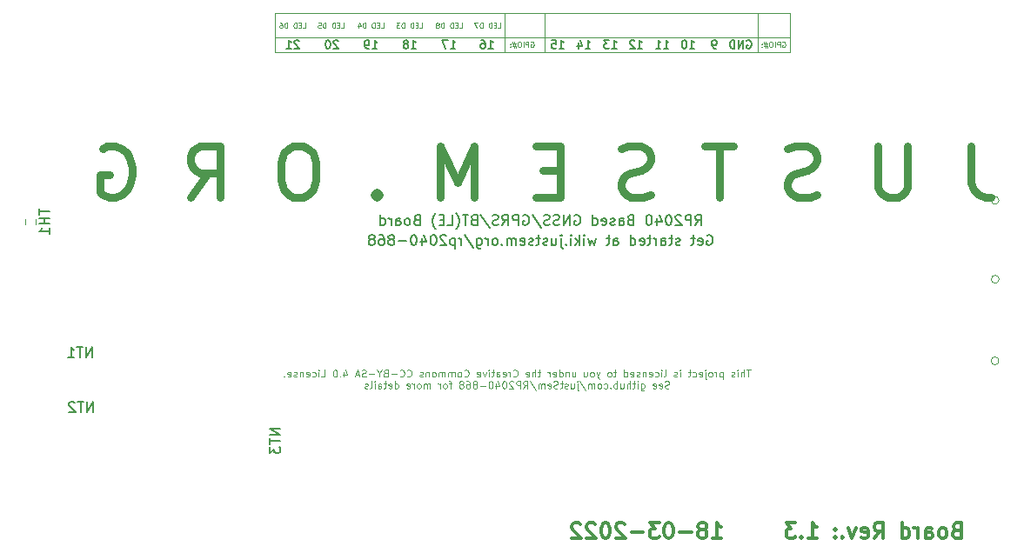
<source format=gbr>
%TF.GenerationSoftware,KiCad,Pcbnew,(6.0.2-0)*%
%TF.CreationDate,2022-03-19T00:24:53+01:00*%
%TF.ProjectId,RP2040GPSTracker,52503230-3430-4475-9053-547261636b65,rev?*%
%TF.SameCoordinates,PX4416780PY363af58*%
%TF.FileFunction,Legend,Bot*%
%TF.FilePolarity,Positive*%
%FSLAX46Y46*%
G04 Gerber Fmt 4.6, Leading zero omitted, Abs format (unit mm)*
G04 Created by KiCad (PCBNEW (6.0.2-0)) date 2022-03-19 00:24:53*
%MOMM*%
%LPD*%
G01*
G04 APERTURE LIST*
%ADD10C,0.120000*%
%ADD11C,0.125000*%
%ADD12C,0.100000*%
%ADD13C,0.200000*%
%ADD14C,0.800000*%
%ADD15C,0.150000*%
%ADD16C,0.300000*%
G04 APERTURE END LIST*
D10*
X72004800Y52310000D02*
X72004800Y48550000D01*
D11*
X49929047Y49520000D02*
X49976666Y49543810D01*
X50048095Y49543810D01*
X50119523Y49520000D01*
X50167142Y49472381D01*
X50190952Y49424762D01*
X50214761Y49329524D01*
X50214761Y49258096D01*
X50190952Y49162858D01*
X50167142Y49115239D01*
X50119523Y49067620D01*
X50048095Y49043810D01*
X50000476Y49043810D01*
X49929047Y49067620D01*
X49905238Y49091429D01*
X49905238Y49258096D01*
X50000476Y49258096D01*
X49690952Y49043810D02*
X49690952Y49543810D01*
X49500476Y49543810D01*
X49452857Y49520000D01*
X49429047Y49496191D01*
X49405238Y49448572D01*
X49405238Y49377143D01*
X49429047Y49329524D01*
X49452857Y49305715D01*
X49500476Y49281905D01*
X49690952Y49281905D01*
X49190952Y49043810D02*
X49190952Y49543810D01*
X48857619Y49543810D02*
X48762380Y49543810D01*
X48714761Y49520000D01*
X48667142Y49472381D01*
X48643333Y49377143D01*
X48643333Y49210477D01*
X48667142Y49115239D01*
X48714761Y49067620D01*
X48762380Y49043810D01*
X48857619Y49043810D01*
X48905238Y49067620D01*
X48952857Y49115239D01*
X48976666Y49210477D01*
X48976666Y49377143D01*
X48952857Y49472381D01*
X48905238Y49520000D01*
X48857619Y49543810D01*
X48452857Y49377143D02*
X48095714Y49377143D01*
X48310000Y49591429D02*
X48452857Y48948572D01*
X48143333Y49162858D02*
X48500476Y49162858D01*
X48286190Y48948572D02*
X48143333Y49591429D01*
X47929047Y49091429D02*
X47905238Y49067620D01*
X47929047Y49043810D01*
X47952857Y49067620D01*
X47929047Y49091429D01*
X47929047Y49043810D01*
X47929047Y49353334D02*
X47905238Y49329524D01*
X47929047Y49305715D01*
X47952857Y49329524D01*
X47929047Y49353334D01*
X47929047Y49305715D01*
D10*
X47404800Y52310000D02*
X47404800Y48555000D01*
X51290000Y52310000D02*
X51290000Y48550000D01*
X75175000Y50014600D02*
X25015000Y50014600D01*
X25015000Y52310000D02*
X75175000Y52310000D01*
X75175000Y52310000D02*
X75175000Y48535000D01*
X75175000Y48535000D02*
X25015000Y48535000D01*
X25015000Y48535000D02*
X25015000Y52310000D01*
D12*
X27720000Y50888410D02*
X27958095Y50888410D01*
X27958095Y51388410D01*
X27553333Y51150315D02*
X27386666Y51150315D01*
X27315238Y50888410D02*
X27553333Y50888410D01*
X27553333Y51388410D01*
X27315238Y51388410D01*
X27100952Y50888410D02*
X27100952Y51388410D01*
X26981904Y51388410D01*
X26910476Y51364600D01*
X26862857Y51316981D01*
X26839047Y51269362D01*
X26815238Y51174124D01*
X26815238Y51102696D01*
X26839047Y51007458D01*
X26862857Y50959839D01*
X26910476Y50912220D01*
X26981904Y50888410D01*
X27100952Y50888410D01*
X26220000Y50888410D02*
X26220000Y51388410D01*
X26100952Y51388410D01*
X26029523Y51364600D01*
X25981904Y51316981D01*
X25958095Y51269362D01*
X25934285Y51174124D01*
X25934285Y51102696D01*
X25958095Y51007458D01*
X25981904Y50959839D01*
X26029523Y50912220D01*
X26100952Y50888410D01*
X26220000Y50888410D01*
X25505714Y51388410D02*
X25600952Y51388410D01*
X25648571Y51364600D01*
X25672380Y51340791D01*
X25720000Y51269362D01*
X25743809Y51174124D01*
X25743809Y50983648D01*
X25720000Y50936029D01*
X25696190Y50912220D01*
X25648571Y50888410D01*
X25553333Y50888410D01*
X25505714Y50912220D01*
X25481904Y50936029D01*
X25458095Y50983648D01*
X25458095Y51102696D01*
X25481904Y51150315D01*
X25505714Y51174124D01*
X25553333Y51197934D01*
X25648571Y51197934D01*
X25696190Y51174124D01*
X25720000Y51150315D01*
X25743809Y51102696D01*
X31465000Y50888410D02*
X31703095Y50888410D01*
X31703095Y51388410D01*
X31298333Y51150315D02*
X31131666Y51150315D01*
X31060238Y50888410D02*
X31298333Y50888410D01*
X31298333Y51388410D01*
X31060238Y51388410D01*
X30845952Y50888410D02*
X30845952Y51388410D01*
X30726904Y51388410D01*
X30655476Y51364600D01*
X30607857Y51316981D01*
X30584047Y51269362D01*
X30560238Y51174124D01*
X30560238Y51102696D01*
X30584047Y51007458D01*
X30607857Y50959839D01*
X30655476Y50912220D01*
X30726904Y50888410D01*
X30845952Y50888410D01*
X29965000Y50888410D02*
X29965000Y51388410D01*
X29845952Y51388410D01*
X29774523Y51364600D01*
X29726904Y51316981D01*
X29703095Y51269362D01*
X29679285Y51174124D01*
X29679285Y51102696D01*
X29703095Y51007458D01*
X29726904Y50959839D01*
X29774523Y50912220D01*
X29845952Y50888410D01*
X29965000Y50888410D01*
X29226904Y51388410D02*
X29465000Y51388410D01*
X29488809Y51150315D01*
X29465000Y51174124D01*
X29417380Y51197934D01*
X29298333Y51197934D01*
X29250714Y51174124D01*
X29226904Y51150315D01*
X29203095Y51102696D01*
X29203095Y50983648D01*
X29226904Y50936029D01*
X29250714Y50912220D01*
X29298333Y50888410D01*
X29417380Y50888410D01*
X29465000Y50912220D01*
X29488809Y50936029D01*
X35330000Y50888410D02*
X35568095Y50888410D01*
X35568095Y51388410D01*
X35163333Y51150315D02*
X34996666Y51150315D01*
X34925238Y50888410D02*
X35163333Y50888410D01*
X35163333Y51388410D01*
X34925238Y51388410D01*
X34710952Y50888410D02*
X34710952Y51388410D01*
X34591904Y51388410D01*
X34520476Y51364600D01*
X34472857Y51316981D01*
X34449047Y51269362D01*
X34425238Y51174124D01*
X34425238Y51102696D01*
X34449047Y51007458D01*
X34472857Y50959839D01*
X34520476Y50912220D01*
X34591904Y50888410D01*
X34710952Y50888410D01*
X33830000Y50888410D02*
X33830000Y51388410D01*
X33710952Y51388410D01*
X33639523Y51364600D01*
X33591904Y51316981D01*
X33568095Y51269362D01*
X33544285Y51174124D01*
X33544285Y51102696D01*
X33568095Y51007458D01*
X33591904Y50959839D01*
X33639523Y50912220D01*
X33710952Y50888410D01*
X33830000Y50888410D01*
X33115714Y51221743D02*
X33115714Y50888410D01*
X33234761Y51412220D02*
X33353809Y51055077D01*
X33044285Y51055077D01*
X39095000Y50888410D02*
X39333095Y50888410D01*
X39333095Y51388410D01*
X38928333Y51150315D02*
X38761666Y51150315D01*
X38690238Y50888410D02*
X38928333Y50888410D01*
X38928333Y51388410D01*
X38690238Y51388410D01*
X38475952Y50888410D02*
X38475952Y51388410D01*
X38356904Y51388410D01*
X38285476Y51364600D01*
X38237857Y51316981D01*
X38214047Y51269362D01*
X38190238Y51174124D01*
X38190238Y51102696D01*
X38214047Y51007458D01*
X38237857Y50959839D01*
X38285476Y50912220D01*
X38356904Y50888410D01*
X38475952Y50888410D01*
X37595000Y50888410D02*
X37595000Y51388410D01*
X37475952Y51388410D01*
X37404523Y51364600D01*
X37356904Y51316981D01*
X37333095Y51269362D01*
X37309285Y51174124D01*
X37309285Y51102696D01*
X37333095Y51007458D01*
X37356904Y50959839D01*
X37404523Y50912220D01*
X37475952Y50888410D01*
X37595000Y50888410D01*
X37142619Y51388410D02*
X36833095Y51388410D01*
X36999761Y51197934D01*
X36928333Y51197934D01*
X36880714Y51174124D01*
X36856904Y51150315D01*
X36833095Y51102696D01*
X36833095Y50983648D01*
X36856904Y50936029D01*
X36880714Y50912220D01*
X36928333Y50888410D01*
X37071190Y50888410D01*
X37118809Y50912220D01*
X37142619Y50936029D01*
X42955000Y50888410D02*
X43193095Y50888410D01*
X43193095Y51388410D01*
X42788333Y51150315D02*
X42621666Y51150315D01*
X42550238Y50888410D02*
X42788333Y50888410D01*
X42788333Y51388410D01*
X42550238Y51388410D01*
X42335952Y50888410D02*
X42335952Y51388410D01*
X42216904Y51388410D01*
X42145476Y51364600D01*
X42097857Y51316981D01*
X42074047Y51269362D01*
X42050238Y51174124D01*
X42050238Y51102696D01*
X42074047Y51007458D01*
X42097857Y50959839D01*
X42145476Y50912220D01*
X42216904Y50888410D01*
X42335952Y50888410D01*
X41455000Y50888410D02*
X41455000Y51388410D01*
X41335952Y51388410D01*
X41264523Y51364600D01*
X41216904Y51316981D01*
X41193095Y51269362D01*
X41169285Y51174124D01*
X41169285Y51102696D01*
X41193095Y51007458D01*
X41216904Y50959839D01*
X41264523Y50912220D01*
X41335952Y50888410D01*
X41455000Y50888410D01*
X40883571Y51174124D02*
X40931190Y51197934D01*
X40955000Y51221743D01*
X40978809Y51269362D01*
X40978809Y51293172D01*
X40955000Y51340791D01*
X40931190Y51364600D01*
X40883571Y51388410D01*
X40788333Y51388410D01*
X40740714Y51364600D01*
X40716904Y51340791D01*
X40693095Y51293172D01*
X40693095Y51269362D01*
X40716904Y51221743D01*
X40740714Y51197934D01*
X40788333Y51174124D01*
X40883571Y51174124D01*
X40931190Y51150315D01*
X40955000Y51126505D01*
X40978809Y51078886D01*
X40978809Y50983648D01*
X40955000Y50936029D01*
X40931190Y50912220D01*
X40883571Y50888410D01*
X40788333Y50888410D01*
X40740714Y50912220D01*
X40716904Y50936029D01*
X40693095Y50983648D01*
X40693095Y51078886D01*
X40716904Y51126505D01*
X40740714Y51150315D01*
X40788333Y51174124D01*
X46720000Y50888410D02*
X46958095Y50888410D01*
X46958095Y51388410D01*
X46553333Y51150315D02*
X46386666Y51150315D01*
X46315238Y50888410D02*
X46553333Y50888410D01*
X46553333Y51388410D01*
X46315238Y51388410D01*
X46100952Y50888410D02*
X46100952Y51388410D01*
X45981904Y51388410D01*
X45910476Y51364600D01*
X45862857Y51316981D01*
X45839047Y51269362D01*
X45815238Y51174124D01*
X45815238Y51102696D01*
X45839047Y51007458D01*
X45862857Y50959839D01*
X45910476Y50912220D01*
X45981904Y50888410D01*
X46100952Y50888410D01*
X45220000Y50888410D02*
X45220000Y51388410D01*
X45100952Y51388410D01*
X45029523Y51364600D01*
X44981904Y51316981D01*
X44958095Y51269362D01*
X44934285Y51174124D01*
X44934285Y51102696D01*
X44958095Y51007458D01*
X44981904Y50959839D01*
X45029523Y50912220D01*
X45100952Y50888410D01*
X45220000Y50888410D01*
X44767619Y51388410D02*
X44434285Y51388410D01*
X44648571Y50888410D01*
D13*
X27349523Y49626505D02*
X27311428Y49664600D01*
X27235238Y49702696D01*
X27044761Y49702696D01*
X26968571Y49664600D01*
X26930476Y49626505D01*
X26892380Y49550315D01*
X26892380Y49474124D01*
X26930476Y49359839D01*
X27387619Y48902696D01*
X26892380Y48902696D01*
X26130476Y48902696D02*
X26587619Y48902696D01*
X26359047Y48902696D02*
X26359047Y49702696D01*
X26435238Y49588410D01*
X26511428Y49512220D01*
X26587619Y49474124D01*
X31154523Y49626505D02*
X31116428Y49664600D01*
X31040238Y49702696D01*
X30849761Y49702696D01*
X30773571Y49664600D01*
X30735476Y49626505D01*
X30697380Y49550315D01*
X30697380Y49474124D01*
X30735476Y49359839D01*
X31192619Y48902696D01*
X30697380Y48902696D01*
X30202142Y49702696D02*
X30125952Y49702696D01*
X30049761Y49664600D01*
X30011666Y49626505D01*
X29973571Y49550315D01*
X29935476Y49397934D01*
X29935476Y49207458D01*
X29973571Y49055077D01*
X30011666Y48978886D01*
X30049761Y48940791D01*
X30125952Y48902696D01*
X30202142Y48902696D01*
X30278333Y48940791D01*
X30316428Y48978886D01*
X30354523Y49055077D01*
X30392619Y49207458D01*
X30392619Y49397934D01*
X30354523Y49550315D01*
X30316428Y49626505D01*
X30278333Y49664600D01*
X30202142Y49702696D01*
X34497380Y48902696D02*
X34954523Y48902696D01*
X34725952Y48902696D02*
X34725952Y49702696D01*
X34802142Y49588410D01*
X34878333Y49512220D01*
X34954523Y49474124D01*
X34116428Y48902696D02*
X33964047Y48902696D01*
X33887857Y48940791D01*
X33849761Y48978886D01*
X33773571Y49093172D01*
X33735476Y49245553D01*
X33735476Y49550315D01*
X33773571Y49626505D01*
X33811666Y49664600D01*
X33887857Y49702696D01*
X34040238Y49702696D01*
X34116428Y49664600D01*
X34154523Y49626505D01*
X34192619Y49550315D01*
X34192619Y49359839D01*
X34154523Y49283648D01*
X34116428Y49245553D01*
X34040238Y49207458D01*
X33887857Y49207458D01*
X33811666Y49245553D01*
X33773571Y49283648D01*
X33735476Y49359839D01*
X38287380Y48902696D02*
X38744523Y48902696D01*
X38515952Y48902696D02*
X38515952Y49702696D01*
X38592142Y49588410D01*
X38668333Y49512220D01*
X38744523Y49474124D01*
X37830238Y49359839D02*
X37906428Y49397934D01*
X37944523Y49436029D01*
X37982619Y49512220D01*
X37982619Y49550315D01*
X37944523Y49626505D01*
X37906428Y49664600D01*
X37830238Y49702696D01*
X37677857Y49702696D01*
X37601666Y49664600D01*
X37563571Y49626505D01*
X37525476Y49550315D01*
X37525476Y49512220D01*
X37563571Y49436029D01*
X37601666Y49397934D01*
X37677857Y49359839D01*
X37830238Y49359839D01*
X37906428Y49321743D01*
X37944523Y49283648D01*
X37982619Y49207458D01*
X37982619Y49055077D01*
X37944523Y48978886D01*
X37906428Y48940791D01*
X37830238Y48902696D01*
X37677857Y48902696D01*
X37601666Y48940791D01*
X37563571Y48978886D01*
X37525476Y49055077D01*
X37525476Y49207458D01*
X37563571Y49283648D01*
X37601666Y49321743D01*
X37677857Y49359839D01*
X42107380Y48902696D02*
X42564523Y48902696D01*
X42335952Y48902696D02*
X42335952Y49702696D01*
X42412142Y49588410D01*
X42488333Y49512220D01*
X42564523Y49474124D01*
X41840714Y49702696D02*
X41307380Y49702696D01*
X41650238Y48902696D01*
X45792380Y48902696D02*
X46249523Y48902696D01*
X46020952Y48902696D02*
X46020952Y49702696D01*
X46097142Y49588410D01*
X46173333Y49512220D01*
X46249523Y49474124D01*
X45106666Y49702696D02*
X45259047Y49702696D01*
X45335238Y49664600D01*
X45373333Y49626505D01*
X45449523Y49512220D01*
X45487619Y49359839D01*
X45487619Y49055077D01*
X45449523Y48978886D01*
X45411428Y48940791D01*
X45335238Y48902696D01*
X45182857Y48902696D01*
X45106666Y48940791D01*
X45068571Y48978886D01*
X45030476Y49055077D01*
X45030476Y49245553D01*
X45068571Y49321743D01*
X45106666Y49359839D01*
X45182857Y49397934D01*
X45335238Y49397934D01*
X45411428Y49359839D01*
X45449523Y49321743D01*
X45487619Y49245553D01*
D11*
X74404047Y49514600D02*
X74451666Y49538410D01*
X74523095Y49538410D01*
X74594523Y49514600D01*
X74642142Y49466981D01*
X74665952Y49419362D01*
X74689761Y49324124D01*
X74689761Y49252696D01*
X74665952Y49157458D01*
X74642142Y49109839D01*
X74594523Y49062220D01*
X74523095Y49038410D01*
X74475476Y49038410D01*
X74404047Y49062220D01*
X74380238Y49086029D01*
X74380238Y49252696D01*
X74475476Y49252696D01*
X74165952Y49038410D02*
X74165952Y49538410D01*
X73975476Y49538410D01*
X73927857Y49514600D01*
X73904047Y49490791D01*
X73880238Y49443172D01*
X73880238Y49371743D01*
X73904047Y49324124D01*
X73927857Y49300315D01*
X73975476Y49276505D01*
X74165952Y49276505D01*
X73665952Y49038410D02*
X73665952Y49538410D01*
X73332619Y49538410D02*
X73237380Y49538410D01*
X73189761Y49514600D01*
X73142142Y49466981D01*
X73118333Y49371743D01*
X73118333Y49205077D01*
X73142142Y49109839D01*
X73189761Y49062220D01*
X73237380Y49038410D01*
X73332619Y49038410D01*
X73380238Y49062220D01*
X73427857Y49109839D01*
X73451666Y49205077D01*
X73451666Y49371743D01*
X73427857Y49466981D01*
X73380238Y49514600D01*
X73332619Y49538410D01*
X72927857Y49371743D02*
X72570714Y49371743D01*
X72785000Y49586029D02*
X72927857Y48943172D01*
X72618333Y49157458D02*
X72975476Y49157458D01*
X72761190Y48943172D02*
X72618333Y49586029D01*
X72404047Y49086029D02*
X72380238Y49062220D01*
X72404047Y49038410D01*
X72427857Y49062220D01*
X72404047Y49086029D01*
X72404047Y49038410D01*
X72404047Y49347934D02*
X72380238Y49324124D01*
X72404047Y49300315D01*
X72427857Y49324124D01*
X72404047Y49347934D01*
X72404047Y49300315D01*
D13*
X70939523Y49664600D02*
X71015714Y49702696D01*
X71130000Y49702696D01*
X71244285Y49664600D01*
X71320476Y49588410D01*
X71358571Y49512220D01*
X71396666Y49359839D01*
X71396666Y49245553D01*
X71358571Y49093172D01*
X71320476Y49016981D01*
X71244285Y48940791D01*
X71130000Y48902696D01*
X71053809Y48902696D01*
X70939523Y48940791D01*
X70901428Y48978886D01*
X70901428Y49245553D01*
X71053809Y49245553D01*
X70558571Y48902696D02*
X70558571Y49702696D01*
X70101428Y48902696D01*
X70101428Y49702696D01*
X69720476Y48902696D02*
X69720476Y49702696D01*
X69530000Y49702696D01*
X69415714Y49664600D01*
X69339523Y49588410D01*
X69301428Y49512220D01*
X69263333Y49359839D01*
X69263333Y49245553D01*
X69301428Y49093172D01*
X69339523Y49016981D01*
X69415714Y48940791D01*
X69530000Y48902696D01*
X69720476Y48902696D01*
X67937380Y48902696D02*
X67785000Y48902696D01*
X67708809Y48940791D01*
X67670714Y48978886D01*
X67594523Y49093172D01*
X67556428Y49245553D01*
X67556428Y49550315D01*
X67594523Y49626505D01*
X67632619Y49664600D01*
X67708809Y49702696D01*
X67861190Y49702696D01*
X67937380Y49664600D01*
X67975476Y49626505D01*
X68013571Y49550315D01*
X68013571Y49359839D01*
X67975476Y49283648D01*
X67937380Y49245553D01*
X67861190Y49207458D01*
X67708809Y49207458D01*
X67632619Y49245553D01*
X67594523Y49283648D01*
X67556428Y49359839D01*
X65377380Y48902696D02*
X65834523Y48902696D01*
X65605952Y48902696D02*
X65605952Y49702696D01*
X65682142Y49588410D01*
X65758333Y49512220D01*
X65834523Y49474124D01*
X64882142Y49702696D02*
X64805952Y49702696D01*
X64729761Y49664600D01*
X64691666Y49626505D01*
X64653571Y49550315D01*
X64615476Y49397934D01*
X64615476Y49207458D01*
X64653571Y49055077D01*
X64691666Y48978886D01*
X64729761Y48940791D01*
X64805952Y48902696D01*
X64882142Y48902696D01*
X64958333Y48940791D01*
X64996428Y48978886D01*
X65034523Y49055077D01*
X65072619Y49207458D01*
X65072619Y49397934D01*
X65034523Y49550315D01*
X64996428Y49626505D01*
X64958333Y49664600D01*
X64882142Y49702696D01*
X62852380Y48902696D02*
X63309523Y48902696D01*
X63080952Y48902696D02*
X63080952Y49702696D01*
X63157142Y49588410D01*
X63233333Y49512220D01*
X63309523Y49474124D01*
X62090476Y48902696D02*
X62547619Y48902696D01*
X62319047Y48902696D02*
X62319047Y49702696D01*
X62395238Y49588410D01*
X62471428Y49512220D01*
X62547619Y49474124D01*
X60292380Y48902696D02*
X60749523Y48902696D01*
X60520952Y48902696D02*
X60520952Y49702696D01*
X60597142Y49588410D01*
X60673333Y49512220D01*
X60749523Y49474124D01*
X59987619Y49626505D02*
X59949523Y49664600D01*
X59873333Y49702696D01*
X59682857Y49702696D01*
X59606666Y49664600D01*
X59568571Y49626505D01*
X59530476Y49550315D01*
X59530476Y49474124D01*
X59568571Y49359839D01*
X60025714Y48902696D01*
X59530476Y48902696D01*
X57797380Y48902696D02*
X58254523Y48902696D01*
X58025952Y48902696D02*
X58025952Y49702696D01*
X58102142Y49588410D01*
X58178333Y49512220D01*
X58254523Y49474124D01*
X57530714Y49702696D02*
X57035476Y49702696D01*
X57302142Y49397934D01*
X57187857Y49397934D01*
X57111666Y49359839D01*
X57073571Y49321743D01*
X57035476Y49245553D01*
X57035476Y49055077D01*
X57073571Y48978886D01*
X57111666Y48940791D01*
X57187857Y48902696D01*
X57416428Y48902696D01*
X57492619Y48940791D01*
X57530714Y48978886D01*
X55227380Y48902696D02*
X55684523Y48902696D01*
X55455952Y48902696D02*
X55455952Y49702696D01*
X55532142Y49588410D01*
X55608333Y49512220D01*
X55684523Y49474124D01*
X54541666Y49436029D02*
X54541666Y48902696D01*
X54732142Y49740791D02*
X54922619Y49169362D01*
X54427380Y49169362D01*
X52682380Y48902696D02*
X53139523Y48902696D01*
X52910952Y48902696D02*
X52910952Y49702696D01*
X52987142Y49588410D01*
X53063333Y49512220D01*
X53139523Y49474124D01*
X51958571Y49702696D02*
X52339523Y49702696D01*
X52377619Y49321743D01*
X52339523Y49359839D01*
X52263333Y49397934D01*
X52072857Y49397934D01*
X51996666Y49359839D01*
X51958571Y49321743D01*
X51920476Y49245553D01*
X51920476Y49055077D01*
X51958571Y48978886D01*
X51996666Y48940791D01*
X52072857Y48902696D01*
X52263333Y48902696D01*
X52339523Y48940791D01*
X52377619Y48978886D01*
D14*
X92762619Y39413096D02*
X92762619Y35841667D01*
X93000714Y35127381D01*
X93476904Y34651191D01*
X94191190Y34413096D01*
X94667380Y34413096D01*
X86572142Y39413096D02*
X86572142Y35365477D01*
X86334047Y34889286D01*
X86095952Y34651191D01*
X85619761Y34413096D01*
X84667380Y34413096D01*
X84191190Y34651191D01*
X83953095Y34889286D01*
X83715000Y35365477D01*
X83715000Y39413096D01*
X77762619Y34651191D02*
X77048333Y34413096D01*
X75857857Y34413096D01*
X75381666Y34651191D01*
X75143571Y34889286D01*
X74905476Y35365477D01*
X74905476Y35841667D01*
X75143571Y36317858D01*
X75381666Y36555953D01*
X75857857Y36794048D01*
X76810238Y37032143D01*
X77286428Y37270239D01*
X77524523Y37508334D01*
X77762619Y37984524D01*
X77762619Y38460715D01*
X77524523Y38936905D01*
X77286428Y39175000D01*
X76810238Y39413096D01*
X75619761Y39413096D01*
X74905476Y39175000D01*
X69667380Y39413096D02*
X66810238Y39413096D01*
X68238809Y34413096D02*
X68238809Y39413096D01*
X61572142Y34651191D02*
X60857857Y34413096D01*
X59667380Y34413096D01*
X59191190Y34651191D01*
X58953095Y34889286D01*
X58715000Y35365477D01*
X58715000Y35841667D01*
X58953095Y36317858D01*
X59191190Y36555953D01*
X59667380Y36794048D01*
X60619761Y37032143D01*
X61095952Y37270239D01*
X61334047Y37508334D01*
X61572142Y37984524D01*
X61572142Y38460715D01*
X61334047Y38936905D01*
X61095952Y39175000D01*
X60619761Y39413096D01*
X59429285Y39413096D01*
X58715000Y39175000D01*
X52762619Y37032143D02*
X51095952Y37032143D01*
X50381666Y34413096D02*
X52762619Y34413096D01*
X52762619Y39413096D01*
X50381666Y39413096D01*
X44429285Y34413096D02*
X44429285Y39413096D01*
X42762619Y35841667D01*
X41095952Y39413096D01*
X41095952Y34413096D01*
X34905476Y34889286D02*
X34667380Y34651191D01*
X34905476Y34413096D01*
X35143571Y34651191D01*
X34905476Y34889286D01*
X34905476Y34413096D01*
X27762619Y39413096D02*
X26810238Y39413096D01*
X26334047Y39175000D01*
X25857857Y38698810D01*
X25619761Y37746429D01*
X25619761Y36079762D01*
X25857857Y35127381D01*
X26334047Y34651191D01*
X26810238Y34413096D01*
X27762619Y34413096D01*
X28238809Y34651191D01*
X28715000Y35127381D01*
X28953095Y36079762D01*
X28953095Y37746429D01*
X28715000Y38698810D01*
X28238809Y39175000D01*
X27762619Y39413096D01*
X16810238Y34413096D02*
X18476904Y36794048D01*
X19667380Y34413096D02*
X19667380Y39413096D01*
X17762619Y39413096D01*
X17286428Y39175000D01*
X17048333Y38936905D01*
X16810238Y38460715D01*
X16810238Y37746429D01*
X17048333Y37270239D01*
X17286428Y37032143D01*
X17762619Y36794048D01*
X19667380Y36794048D01*
X8238809Y39175000D02*
X8715000Y39413096D01*
X9429285Y39413096D01*
X10143571Y39175000D01*
X10619761Y38698810D01*
X10857857Y38222620D01*
X11095952Y37270239D01*
X11095952Y36555953D01*
X10857857Y35603572D01*
X10619761Y35127381D01*
X10143571Y34651191D01*
X9429285Y34413096D01*
X8953095Y34413096D01*
X8238809Y34651191D01*
X8000714Y34889286D01*
X8000714Y36555953D01*
X8953095Y36555953D01*
D15*
X67056666Y30700000D02*
X67151904Y30747620D01*
X67294761Y30747620D01*
X67437619Y30700000D01*
X67532857Y30604762D01*
X67580476Y30509524D01*
X67628095Y30319048D01*
X67628095Y30176191D01*
X67580476Y29985715D01*
X67532857Y29890477D01*
X67437619Y29795239D01*
X67294761Y29747620D01*
X67199523Y29747620D01*
X67056666Y29795239D01*
X67009047Y29842858D01*
X67009047Y30176191D01*
X67199523Y30176191D01*
X66199523Y29795239D02*
X66294761Y29747620D01*
X66485238Y29747620D01*
X66580476Y29795239D01*
X66628095Y29890477D01*
X66628095Y30271429D01*
X66580476Y30366667D01*
X66485238Y30414286D01*
X66294761Y30414286D01*
X66199523Y30366667D01*
X66151904Y30271429D01*
X66151904Y30176191D01*
X66628095Y30080953D01*
X65866190Y30414286D02*
X65485238Y30414286D01*
X65723333Y30747620D02*
X65723333Y29890477D01*
X65675714Y29795239D01*
X65580476Y29747620D01*
X65485238Y29747620D01*
X64437619Y29795239D02*
X64342380Y29747620D01*
X64151904Y29747620D01*
X64056666Y29795239D01*
X64009047Y29890477D01*
X64009047Y29938096D01*
X64056666Y30033334D01*
X64151904Y30080953D01*
X64294761Y30080953D01*
X64390000Y30128572D01*
X64437619Y30223810D01*
X64437619Y30271429D01*
X64390000Y30366667D01*
X64294761Y30414286D01*
X64151904Y30414286D01*
X64056666Y30366667D01*
X63723333Y30414286D02*
X63342380Y30414286D01*
X63580476Y30747620D02*
X63580476Y29890477D01*
X63532857Y29795239D01*
X63437619Y29747620D01*
X63342380Y29747620D01*
X62580476Y29747620D02*
X62580476Y30271429D01*
X62628095Y30366667D01*
X62723333Y30414286D01*
X62913809Y30414286D01*
X63009047Y30366667D01*
X62580476Y29795239D02*
X62675714Y29747620D01*
X62913809Y29747620D01*
X63009047Y29795239D01*
X63056666Y29890477D01*
X63056666Y29985715D01*
X63009047Y30080953D01*
X62913809Y30128572D01*
X62675714Y30128572D01*
X62580476Y30176191D01*
X62104285Y29747620D02*
X62104285Y30414286D01*
X62104285Y30223810D02*
X62056666Y30319048D01*
X62009047Y30366667D01*
X61913809Y30414286D01*
X61818571Y30414286D01*
X61628095Y30414286D02*
X61247142Y30414286D01*
X61485238Y30747620D02*
X61485238Y29890477D01*
X61437619Y29795239D01*
X61342380Y29747620D01*
X61247142Y29747620D01*
X60532857Y29795239D02*
X60628095Y29747620D01*
X60818571Y29747620D01*
X60913809Y29795239D01*
X60961428Y29890477D01*
X60961428Y30271429D01*
X60913809Y30366667D01*
X60818571Y30414286D01*
X60628095Y30414286D01*
X60532857Y30366667D01*
X60485238Y30271429D01*
X60485238Y30176191D01*
X60961428Y30080953D01*
X59628095Y29747620D02*
X59628095Y30747620D01*
X59628095Y29795239D02*
X59723333Y29747620D01*
X59913809Y29747620D01*
X60009047Y29795239D01*
X60056666Y29842858D01*
X60104285Y29938096D01*
X60104285Y30223810D01*
X60056666Y30319048D01*
X60009047Y30366667D01*
X59913809Y30414286D01*
X59723333Y30414286D01*
X59628095Y30366667D01*
X57961428Y29747620D02*
X57961428Y30271429D01*
X58009047Y30366667D01*
X58104285Y30414286D01*
X58294761Y30414286D01*
X58390000Y30366667D01*
X57961428Y29795239D02*
X58056666Y29747620D01*
X58294761Y29747620D01*
X58390000Y29795239D01*
X58437619Y29890477D01*
X58437619Y29985715D01*
X58390000Y30080953D01*
X58294761Y30128572D01*
X58056666Y30128572D01*
X57961428Y30176191D01*
X57628095Y30414286D02*
X57247142Y30414286D01*
X57485238Y30747620D02*
X57485238Y29890477D01*
X57437619Y29795239D01*
X57342380Y29747620D01*
X57247142Y29747620D01*
X56247142Y30414286D02*
X56056666Y29747620D01*
X55866190Y30223810D01*
X55675714Y29747620D01*
X55485238Y30414286D01*
X55104285Y29747620D02*
X55104285Y30414286D01*
X55104285Y30747620D02*
X55151904Y30700000D01*
X55104285Y30652381D01*
X55056666Y30700000D01*
X55104285Y30747620D01*
X55104285Y30652381D01*
X54628095Y29747620D02*
X54628095Y30747620D01*
X54532857Y30128572D02*
X54247142Y29747620D01*
X54247142Y30414286D02*
X54628095Y30033334D01*
X53818571Y29747620D02*
X53818571Y30414286D01*
X53818571Y30747620D02*
X53866190Y30700000D01*
X53818571Y30652381D01*
X53770952Y30700000D01*
X53818571Y30747620D01*
X53818571Y30652381D01*
X53342380Y29842858D02*
X53294761Y29795239D01*
X53342380Y29747620D01*
X53390000Y29795239D01*
X53342380Y29842858D01*
X53342380Y29747620D01*
X52866190Y30414286D02*
X52866190Y29557143D01*
X52913809Y29461905D01*
X53009047Y29414286D01*
X53056666Y29414286D01*
X52866190Y30747620D02*
X52913809Y30700000D01*
X52866190Y30652381D01*
X52818571Y30700000D01*
X52866190Y30747620D01*
X52866190Y30652381D01*
X51961428Y30414286D02*
X51961428Y29747620D01*
X52389999Y30414286D02*
X52389999Y29890477D01*
X52342380Y29795239D01*
X52247142Y29747620D01*
X52104285Y29747620D01*
X52009047Y29795239D01*
X51961428Y29842858D01*
X51532857Y29795239D02*
X51437619Y29747620D01*
X51247142Y29747620D01*
X51151904Y29795239D01*
X51104285Y29890477D01*
X51104285Y29938096D01*
X51151904Y30033334D01*
X51247142Y30080953D01*
X51390000Y30080953D01*
X51485238Y30128572D01*
X51532857Y30223810D01*
X51532857Y30271429D01*
X51485238Y30366667D01*
X51390000Y30414286D01*
X51247142Y30414286D01*
X51151904Y30366667D01*
X50818571Y30414286D02*
X50437619Y30414286D01*
X50675714Y30747620D02*
X50675714Y29890477D01*
X50628095Y29795239D01*
X50532857Y29747620D01*
X50437619Y29747620D01*
X50151904Y29795239D02*
X50056666Y29747620D01*
X49866190Y29747620D01*
X49770952Y29795239D01*
X49723333Y29890477D01*
X49723333Y29938096D01*
X49770952Y30033334D01*
X49866190Y30080953D01*
X50009047Y30080953D01*
X50104285Y30128572D01*
X50151904Y30223810D01*
X50151904Y30271429D01*
X50104285Y30366667D01*
X50009047Y30414286D01*
X49866190Y30414286D01*
X49770952Y30366667D01*
X48913809Y29795239D02*
X49009047Y29747620D01*
X49199523Y29747620D01*
X49294761Y29795239D01*
X49342380Y29890477D01*
X49342380Y30271429D01*
X49294761Y30366667D01*
X49199523Y30414286D01*
X49009047Y30414286D01*
X48913809Y30366667D01*
X48866190Y30271429D01*
X48866190Y30176191D01*
X49342380Y30080953D01*
X48437619Y29747620D02*
X48437619Y30414286D01*
X48437619Y30319048D02*
X48390000Y30366667D01*
X48294761Y30414286D01*
X48151904Y30414286D01*
X48056666Y30366667D01*
X48009047Y30271429D01*
X48009047Y29747620D01*
X48009047Y30271429D02*
X47961428Y30366667D01*
X47866190Y30414286D01*
X47723333Y30414286D01*
X47628095Y30366667D01*
X47580476Y30271429D01*
X47580476Y29747620D01*
X47104285Y29842858D02*
X47056666Y29795239D01*
X47104285Y29747620D01*
X47151904Y29795239D01*
X47104285Y29842858D01*
X47104285Y29747620D01*
X46485238Y29747620D02*
X46580476Y29795239D01*
X46628095Y29842858D01*
X46675714Y29938096D01*
X46675714Y30223810D01*
X46628095Y30319048D01*
X46580476Y30366667D01*
X46485238Y30414286D01*
X46342380Y30414286D01*
X46247142Y30366667D01*
X46199523Y30319048D01*
X46151904Y30223810D01*
X46151904Y29938096D01*
X46199523Y29842858D01*
X46247142Y29795239D01*
X46342380Y29747620D01*
X46485238Y29747620D01*
X45723333Y29747620D02*
X45723333Y30414286D01*
X45723333Y30223810D02*
X45675714Y30319048D01*
X45628095Y30366667D01*
X45532857Y30414286D01*
X45437619Y30414286D01*
X44675714Y30414286D02*
X44675714Y29604762D01*
X44723333Y29509524D01*
X44770952Y29461905D01*
X44866190Y29414286D01*
X45009047Y29414286D01*
X45104285Y29461905D01*
X44675714Y29795239D02*
X44770952Y29747620D01*
X44961428Y29747620D01*
X45056666Y29795239D01*
X45104285Y29842858D01*
X45151904Y29938096D01*
X45151904Y30223810D01*
X45104285Y30319048D01*
X45056666Y30366667D01*
X44961428Y30414286D01*
X44770952Y30414286D01*
X44675714Y30366667D01*
X43485238Y30795239D02*
X44342380Y29509524D01*
X43151904Y29747620D02*
X43151904Y30414286D01*
X43151904Y30223810D02*
X43104285Y30319048D01*
X43056666Y30366667D01*
X42961428Y30414286D01*
X42866190Y30414286D01*
X42532857Y30414286D02*
X42532857Y29414286D01*
X42532857Y30366667D02*
X42437619Y30414286D01*
X42247142Y30414286D01*
X42151904Y30366667D01*
X42104285Y30319048D01*
X42056666Y30223810D01*
X42056666Y29938096D01*
X42104285Y29842858D01*
X42151904Y29795239D01*
X42247142Y29747620D01*
X42437619Y29747620D01*
X42532857Y29795239D01*
X41675714Y30652381D02*
X41628095Y30700000D01*
X41532857Y30747620D01*
X41294761Y30747620D01*
X41199523Y30700000D01*
X41151904Y30652381D01*
X41104285Y30557143D01*
X41104285Y30461905D01*
X41151904Y30319048D01*
X41723333Y29747620D01*
X41104285Y29747620D01*
X40485238Y30747620D02*
X40390000Y30747620D01*
X40294761Y30700000D01*
X40247142Y30652381D01*
X40199523Y30557143D01*
X40151904Y30366667D01*
X40151904Y30128572D01*
X40199523Y29938096D01*
X40247142Y29842858D01*
X40294761Y29795239D01*
X40390000Y29747620D01*
X40485238Y29747620D01*
X40580476Y29795239D01*
X40628095Y29842858D01*
X40675714Y29938096D01*
X40723333Y30128572D01*
X40723333Y30366667D01*
X40675714Y30557143D01*
X40628095Y30652381D01*
X40580476Y30700000D01*
X40485238Y30747620D01*
X39294761Y30414286D02*
X39294761Y29747620D01*
X39532857Y30795239D02*
X39770952Y30080953D01*
X39151904Y30080953D01*
X38580476Y30747620D02*
X38485238Y30747620D01*
X38389999Y30700000D01*
X38342380Y30652381D01*
X38294761Y30557143D01*
X38247142Y30366667D01*
X38247142Y30128572D01*
X38294761Y29938096D01*
X38342380Y29842858D01*
X38389999Y29795239D01*
X38485238Y29747620D01*
X38580476Y29747620D01*
X38675714Y29795239D01*
X38723333Y29842858D01*
X38770952Y29938096D01*
X38818571Y30128572D01*
X38818571Y30366667D01*
X38770952Y30557143D01*
X38723333Y30652381D01*
X38675714Y30700000D01*
X38580476Y30747620D01*
X37818571Y30128572D02*
X37056666Y30128572D01*
X36437619Y30319048D02*
X36532857Y30366667D01*
X36580476Y30414286D01*
X36628095Y30509524D01*
X36628095Y30557143D01*
X36580476Y30652381D01*
X36532857Y30700000D01*
X36437619Y30747620D01*
X36247142Y30747620D01*
X36151904Y30700000D01*
X36104285Y30652381D01*
X36056666Y30557143D01*
X36056666Y30509524D01*
X36104285Y30414286D01*
X36151904Y30366667D01*
X36247142Y30319048D01*
X36437619Y30319048D01*
X36532857Y30271429D01*
X36580476Y30223810D01*
X36628095Y30128572D01*
X36628095Y29938096D01*
X36580476Y29842858D01*
X36532857Y29795239D01*
X36437619Y29747620D01*
X36247142Y29747620D01*
X36151904Y29795239D01*
X36104285Y29842858D01*
X36056666Y29938096D01*
X36056666Y30128572D01*
X36104285Y30223810D01*
X36151904Y30271429D01*
X36247142Y30319048D01*
X35199523Y30747620D02*
X35389999Y30747620D01*
X35485238Y30700000D01*
X35532857Y30652381D01*
X35628095Y30509524D01*
X35675714Y30319048D01*
X35675714Y29938096D01*
X35628095Y29842858D01*
X35580476Y29795239D01*
X35485238Y29747620D01*
X35294761Y29747620D01*
X35199523Y29795239D01*
X35151904Y29842858D01*
X35104285Y29938096D01*
X35104285Y30176191D01*
X35151904Y30271429D01*
X35199523Y30319048D01*
X35294761Y30366667D01*
X35485238Y30366667D01*
X35580476Y30319048D01*
X35628095Y30271429D01*
X35675714Y30176191D01*
X34532857Y30319048D02*
X34628095Y30366667D01*
X34675714Y30414286D01*
X34723333Y30509524D01*
X34723333Y30557143D01*
X34675714Y30652381D01*
X34628095Y30700000D01*
X34532857Y30747620D01*
X34342380Y30747620D01*
X34247142Y30700000D01*
X34199523Y30652381D01*
X34151904Y30557143D01*
X34151904Y30509524D01*
X34199523Y30414286D01*
X34247142Y30366667D01*
X34342380Y30319048D01*
X34532857Y30319048D01*
X34628095Y30271429D01*
X34675714Y30223810D01*
X34723333Y30128572D01*
X34723333Y29938096D01*
X34675714Y29842858D01*
X34628095Y29795239D01*
X34532857Y29747620D01*
X34342380Y29747620D01*
X34247142Y29795239D01*
X34199523Y29842858D01*
X34151904Y29938096D01*
X34151904Y30128572D01*
X34199523Y30223810D01*
X34247142Y30271429D01*
X34342380Y30319048D01*
D12*
X71298333Y17621834D02*
X70898333Y17621834D01*
X71098333Y16921834D02*
X71098333Y17621834D01*
X70665000Y16921834D02*
X70665000Y17621834D01*
X70365000Y16921834D02*
X70365000Y17288500D01*
X70398333Y17355167D01*
X70465000Y17388500D01*
X70565000Y17388500D01*
X70631666Y17355167D01*
X70665000Y17321834D01*
X70031666Y16921834D02*
X70031666Y17388500D01*
X70031666Y17621834D02*
X70064999Y17588500D01*
X70031666Y17555167D01*
X69998333Y17588500D01*
X70031666Y17621834D01*
X70031666Y17555167D01*
X69731666Y16955167D02*
X69664999Y16921834D01*
X69531666Y16921834D01*
X69464999Y16955167D01*
X69431666Y17021834D01*
X69431666Y17055167D01*
X69464999Y17121834D01*
X69531666Y17155167D01*
X69631666Y17155167D01*
X69698333Y17188500D01*
X69731666Y17255167D01*
X69731666Y17288500D01*
X69698333Y17355167D01*
X69631666Y17388500D01*
X69531666Y17388500D01*
X69464999Y17355167D01*
X68598333Y17388500D02*
X68598333Y16688500D01*
X68598333Y17355167D02*
X68531666Y17388500D01*
X68398333Y17388500D01*
X68331666Y17355167D01*
X68298333Y17321834D01*
X68264999Y17255167D01*
X68264999Y17055167D01*
X68298333Y16988500D01*
X68331666Y16955167D01*
X68398333Y16921834D01*
X68531666Y16921834D01*
X68598333Y16955167D01*
X67964999Y16921834D02*
X67964999Y17388500D01*
X67964999Y17255167D02*
X67931666Y17321834D01*
X67898333Y17355167D01*
X67831666Y17388500D01*
X67764999Y17388500D01*
X67431666Y16921834D02*
X67498333Y16955167D01*
X67531666Y16988500D01*
X67564999Y17055167D01*
X67564999Y17255167D01*
X67531666Y17321834D01*
X67498333Y17355167D01*
X67431666Y17388500D01*
X67331666Y17388500D01*
X67264999Y17355167D01*
X67231666Y17321834D01*
X67198333Y17255167D01*
X67198333Y17055167D01*
X67231666Y16988500D01*
X67264999Y16955167D01*
X67331666Y16921834D01*
X67431666Y16921834D01*
X66898333Y17388500D02*
X66898333Y16788500D01*
X66931666Y16721834D01*
X66998333Y16688500D01*
X67031666Y16688500D01*
X66898333Y17621834D02*
X66931666Y17588500D01*
X66898333Y17555167D01*
X66864999Y17588500D01*
X66898333Y17621834D01*
X66898333Y17555167D01*
X66298333Y16955167D02*
X66364999Y16921834D01*
X66498333Y16921834D01*
X66564999Y16955167D01*
X66598333Y17021834D01*
X66598333Y17288500D01*
X66564999Y17355167D01*
X66498333Y17388500D01*
X66364999Y17388500D01*
X66298333Y17355167D01*
X66264999Y17288500D01*
X66264999Y17221834D01*
X66598333Y17155167D01*
X65664999Y16955167D02*
X65731666Y16921834D01*
X65864999Y16921834D01*
X65931666Y16955167D01*
X65964999Y16988500D01*
X65998333Y17055167D01*
X65998333Y17255167D01*
X65964999Y17321834D01*
X65931666Y17355167D01*
X65864999Y17388500D01*
X65731666Y17388500D01*
X65664999Y17355167D01*
X65464999Y17388500D02*
X65198333Y17388500D01*
X65364999Y17621834D02*
X65364999Y17021834D01*
X65331666Y16955167D01*
X65264999Y16921834D01*
X65198333Y16921834D01*
X64431666Y16921834D02*
X64431666Y17388500D01*
X64431666Y17621834D02*
X64464999Y17588500D01*
X64431666Y17555167D01*
X64398333Y17588500D01*
X64431666Y17621834D01*
X64431666Y17555167D01*
X64131666Y16955167D02*
X64064999Y16921834D01*
X63931666Y16921834D01*
X63864999Y16955167D01*
X63831666Y17021834D01*
X63831666Y17055167D01*
X63864999Y17121834D01*
X63931666Y17155167D01*
X64031666Y17155167D01*
X64098333Y17188500D01*
X64131666Y17255167D01*
X64131666Y17288500D01*
X64098333Y17355167D01*
X64031666Y17388500D01*
X63931666Y17388500D01*
X63864999Y17355167D01*
X62898333Y16921834D02*
X62964999Y16955167D01*
X62998333Y17021834D01*
X62998333Y17621834D01*
X62631666Y16921834D02*
X62631666Y17388500D01*
X62631666Y17621834D02*
X62664999Y17588500D01*
X62631666Y17555167D01*
X62598333Y17588500D01*
X62631666Y17621834D01*
X62631666Y17555167D01*
X61998333Y16955167D02*
X62064999Y16921834D01*
X62198333Y16921834D01*
X62264999Y16955167D01*
X62298333Y16988500D01*
X62331666Y17055167D01*
X62331666Y17255167D01*
X62298333Y17321834D01*
X62264999Y17355167D01*
X62198333Y17388500D01*
X62064999Y17388500D01*
X61998333Y17355167D01*
X61431666Y16955167D02*
X61498333Y16921834D01*
X61631666Y16921834D01*
X61698333Y16955167D01*
X61731666Y17021834D01*
X61731666Y17288500D01*
X61698333Y17355167D01*
X61631666Y17388500D01*
X61498333Y17388500D01*
X61431666Y17355167D01*
X61398333Y17288500D01*
X61398333Y17221834D01*
X61731666Y17155167D01*
X61098333Y17388500D02*
X61098333Y16921834D01*
X61098333Y17321834D02*
X61064999Y17355167D01*
X60998333Y17388500D01*
X60898333Y17388500D01*
X60831666Y17355167D01*
X60798333Y17288500D01*
X60798333Y16921834D01*
X60498333Y16955167D02*
X60431666Y16921834D01*
X60298333Y16921834D01*
X60231666Y16955167D01*
X60198333Y17021834D01*
X60198333Y17055167D01*
X60231666Y17121834D01*
X60298333Y17155167D01*
X60398333Y17155167D01*
X60464999Y17188500D01*
X60498333Y17255167D01*
X60498333Y17288500D01*
X60464999Y17355167D01*
X60398333Y17388500D01*
X60298333Y17388500D01*
X60231666Y17355167D01*
X59631666Y16955167D02*
X59698333Y16921834D01*
X59831666Y16921834D01*
X59898333Y16955167D01*
X59931666Y17021834D01*
X59931666Y17288500D01*
X59898333Y17355167D01*
X59831666Y17388500D01*
X59698333Y17388500D01*
X59631666Y17355167D01*
X59598333Y17288500D01*
X59598333Y17221834D01*
X59931666Y17155167D01*
X58998333Y16921834D02*
X58998333Y17621834D01*
X58998333Y16955167D02*
X59064999Y16921834D01*
X59198333Y16921834D01*
X59264999Y16955167D01*
X59298333Y16988500D01*
X59331666Y17055167D01*
X59331666Y17255167D01*
X59298333Y17321834D01*
X59264999Y17355167D01*
X59198333Y17388500D01*
X59064999Y17388500D01*
X58998333Y17355167D01*
X58231666Y17388500D02*
X57964999Y17388500D01*
X58131666Y17621834D02*
X58131666Y17021834D01*
X58098333Y16955167D01*
X58031666Y16921834D01*
X57964999Y16921834D01*
X57631666Y16921834D02*
X57698333Y16955167D01*
X57731666Y16988500D01*
X57764999Y17055167D01*
X57764999Y17255167D01*
X57731666Y17321834D01*
X57698333Y17355167D01*
X57631666Y17388500D01*
X57531666Y17388500D01*
X57464999Y17355167D01*
X57431666Y17321834D01*
X57398333Y17255167D01*
X57398333Y17055167D01*
X57431666Y16988500D01*
X57464999Y16955167D01*
X57531666Y16921834D01*
X57631666Y16921834D01*
X56631666Y17388500D02*
X56464999Y16921834D01*
X56298333Y17388500D02*
X56464999Y16921834D01*
X56531666Y16755167D01*
X56564999Y16721834D01*
X56631666Y16688500D01*
X55931666Y16921834D02*
X55998333Y16955167D01*
X56031666Y16988500D01*
X56064999Y17055167D01*
X56064999Y17255167D01*
X56031666Y17321834D01*
X55998333Y17355167D01*
X55931666Y17388500D01*
X55831666Y17388500D01*
X55764999Y17355167D01*
X55731666Y17321834D01*
X55698333Y17255167D01*
X55698333Y17055167D01*
X55731666Y16988500D01*
X55764999Y16955167D01*
X55831666Y16921834D01*
X55931666Y16921834D01*
X55098333Y17388500D02*
X55098333Y16921834D01*
X55398333Y17388500D02*
X55398333Y17021834D01*
X55364999Y16955167D01*
X55298333Y16921834D01*
X55198333Y16921834D01*
X55131666Y16955167D01*
X55098333Y16988500D01*
X53931666Y17388500D02*
X53931666Y16921834D01*
X54231666Y17388500D02*
X54231666Y17021834D01*
X54198333Y16955167D01*
X54131666Y16921834D01*
X54031666Y16921834D01*
X53964999Y16955167D01*
X53931666Y16988500D01*
X53598333Y17388500D02*
X53598333Y16921834D01*
X53598333Y17321834D02*
X53564999Y17355167D01*
X53498333Y17388500D01*
X53398333Y17388500D01*
X53331666Y17355167D01*
X53298333Y17288500D01*
X53298333Y16921834D01*
X52664999Y16921834D02*
X52664999Y17621834D01*
X52664999Y16955167D02*
X52731666Y16921834D01*
X52864999Y16921834D01*
X52931666Y16955167D01*
X52964999Y16988500D01*
X52998333Y17055167D01*
X52998333Y17255167D01*
X52964999Y17321834D01*
X52931666Y17355167D01*
X52864999Y17388500D01*
X52731666Y17388500D01*
X52664999Y17355167D01*
X52064999Y16955167D02*
X52131666Y16921834D01*
X52264999Y16921834D01*
X52331666Y16955167D01*
X52364999Y17021834D01*
X52364999Y17288500D01*
X52331666Y17355167D01*
X52264999Y17388500D01*
X52131666Y17388500D01*
X52064999Y17355167D01*
X52031666Y17288500D01*
X52031666Y17221834D01*
X52364999Y17155167D01*
X51731666Y16921834D02*
X51731666Y17388500D01*
X51731666Y17255167D02*
X51698333Y17321834D01*
X51664999Y17355167D01*
X51598333Y17388500D01*
X51531666Y17388500D01*
X50864999Y17388500D02*
X50598333Y17388500D01*
X50764999Y17621834D02*
X50764999Y17021834D01*
X50731666Y16955167D01*
X50664999Y16921834D01*
X50598333Y16921834D01*
X50364999Y16921834D02*
X50364999Y17621834D01*
X50064999Y16921834D02*
X50064999Y17288500D01*
X50098333Y17355167D01*
X50164999Y17388500D01*
X50264999Y17388500D01*
X50331666Y17355167D01*
X50364999Y17321834D01*
X49464999Y16955167D02*
X49531666Y16921834D01*
X49664999Y16921834D01*
X49731666Y16955167D01*
X49764999Y17021834D01*
X49764999Y17288500D01*
X49731666Y17355167D01*
X49664999Y17388500D01*
X49531666Y17388500D01*
X49464999Y17355167D01*
X49431666Y17288500D01*
X49431666Y17221834D01*
X49764999Y17155167D01*
X48198333Y16988500D02*
X48231666Y16955167D01*
X48331666Y16921834D01*
X48398333Y16921834D01*
X48498333Y16955167D01*
X48564999Y17021834D01*
X48598333Y17088500D01*
X48631666Y17221834D01*
X48631666Y17321834D01*
X48598333Y17455167D01*
X48564999Y17521834D01*
X48498333Y17588500D01*
X48398333Y17621834D01*
X48331666Y17621834D01*
X48231666Y17588500D01*
X48198333Y17555167D01*
X47898333Y16921834D02*
X47898333Y17388500D01*
X47898333Y17255167D02*
X47864999Y17321834D01*
X47831666Y17355167D01*
X47764999Y17388500D01*
X47698333Y17388500D01*
X47198333Y16955167D02*
X47264999Y16921834D01*
X47398333Y16921834D01*
X47464999Y16955167D01*
X47498333Y17021834D01*
X47498333Y17288500D01*
X47464999Y17355167D01*
X47398333Y17388500D01*
X47264999Y17388500D01*
X47198333Y17355167D01*
X47164999Y17288500D01*
X47164999Y17221834D01*
X47498333Y17155167D01*
X46564999Y16921834D02*
X46564999Y17288500D01*
X46598333Y17355167D01*
X46664999Y17388500D01*
X46798333Y17388500D01*
X46864999Y17355167D01*
X46564999Y16955167D02*
X46631666Y16921834D01*
X46798333Y16921834D01*
X46864999Y16955167D01*
X46898333Y17021834D01*
X46898333Y17088500D01*
X46864999Y17155167D01*
X46798333Y17188500D01*
X46631666Y17188500D01*
X46564999Y17221834D01*
X46331666Y17388500D02*
X46064999Y17388500D01*
X46231666Y17621834D02*
X46231666Y17021834D01*
X46198333Y16955167D01*
X46131666Y16921834D01*
X46064999Y16921834D01*
X45831666Y16921834D02*
X45831666Y17388500D01*
X45831666Y17621834D02*
X45864999Y17588500D01*
X45831666Y17555167D01*
X45798333Y17588500D01*
X45831666Y17621834D01*
X45831666Y17555167D01*
X45564999Y17388500D02*
X45398333Y16921834D01*
X45231666Y17388500D01*
X44698333Y16955167D02*
X44764999Y16921834D01*
X44898333Y16921834D01*
X44964999Y16955167D01*
X44998333Y17021834D01*
X44998333Y17288500D01*
X44964999Y17355167D01*
X44898333Y17388500D01*
X44764999Y17388500D01*
X44698333Y17355167D01*
X44664999Y17288500D01*
X44664999Y17221834D01*
X44998333Y17155167D01*
X43431666Y16988500D02*
X43464999Y16955167D01*
X43564999Y16921834D01*
X43631666Y16921834D01*
X43731666Y16955167D01*
X43798333Y17021834D01*
X43831666Y17088500D01*
X43864999Y17221834D01*
X43864999Y17321834D01*
X43831666Y17455167D01*
X43798333Y17521834D01*
X43731666Y17588500D01*
X43631666Y17621834D01*
X43564999Y17621834D01*
X43464999Y17588500D01*
X43431666Y17555167D01*
X43031666Y16921834D02*
X43098333Y16955167D01*
X43131666Y16988500D01*
X43164999Y17055167D01*
X43164999Y17255167D01*
X43131666Y17321834D01*
X43098333Y17355167D01*
X43031666Y17388500D01*
X42931666Y17388500D01*
X42864999Y17355167D01*
X42831666Y17321834D01*
X42798333Y17255167D01*
X42798333Y17055167D01*
X42831666Y16988500D01*
X42864999Y16955167D01*
X42931666Y16921834D01*
X43031666Y16921834D01*
X42498333Y16921834D02*
X42498333Y17388500D01*
X42498333Y17321834D02*
X42464999Y17355167D01*
X42398333Y17388500D01*
X42298333Y17388500D01*
X42231666Y17355167D01*
X42198333Y17288500D01*
X42198333Y16921834D01*
X42198333Y17288500D02*
X42164999Y17355167D01*
X42098333Y17388500D01*
X41998333Y17388500D01*
X41931666Y17355167D01*
X41898333Y17288500D01*
X41898333Y16921834D01*
X41564999Y16921834D02*
X41564999Y17388500D01*
X41564999Y17321834D02*
X41531666Y17355167D01*
X41464999Y17388500D01*
X41364999Y17388500D01*
X41298333Y17355167D01*
X41264999Y17288500D01*
X41264999Y16921834D01*
X41264999Y17288500D02*
X41231666Y17355167D01*
X41164999Y17388500D01*
X41064999Y17388500D01*
X40998333Y17355167D01*
X40964999Y17288500D01*
X40964999Y16921834D01*
X40531666Y16921834D02*
X40598333Y16955167D01*
X40631666Y16988500D01*
X40664999Y17055167D01*
X40664999Y17255167D01*
X40631666Y17321834D01*
X40598333Y17355167D01*
X40531666Y17388500D01*
X40431666Y17388500D01*
X40364999Y17355167D01*
X40331666Y17321834D01*
X40298333Y17255167D01*
X40298333Y17055167D01*
X40331666Y16988500D01*
X40364999Y16955167D01*
X40431666Y16921834D01*
X40531666Y16921834D01*
X39998333Y17388500D02*
X39998333Y16921834D01*
X39998333Y17321834D02*
X39964999Y17355167D01*
X39898333Y17388500D01*
X39798333Y17388500D01*
X39731666Y17355167D01*
X39698333Y17288500D01*
X39698333Y16921834D01*
X39398333Y16955167D02*
X39331666Y16921834D01*
X39198333Y16921834D01*
X39131666Y16955167D01*
X39098333Y17021834D01*
X39098333Y17055167D01*
X39131666Y17121834D01*
X39198333Y17155167D01*
X39298333Y17155167D01*
X39364999Y17188500D01*
X39398333Y17255167D01*
X39398333Y17288500D01*
X39364999Y17355167D01*
X39298333Y17388500D01*
X39198333Y17388500D01*
X39131666Y17355167D01*
X37864999Y16988500D02*
X37898333Y16955167D01*
X37998333Y16921834D01*
X38064999Y16921834D01*
X38164999Y16955167D01*
X38231666Y17021834D01*
X38264999Y17088500D01*
X38298333Y17221834D01*
X38298333Y17321834D01*
X38264999Y17455167D01*
X38231666Y17521834D01*
X38164999Y17588500D01*
X38064999Y17621834D01*
X37998333Y17621834D01*
X37898333Y17588500D01*
X37864999Y17555167D01*
X37164999Y16988500D02*
X37198333Y16955167D01*
X37298333Y16921834D01*
X37364999Y16921834D01*
X37464999Y16955167D01*
X37531666Y17021834D01*
X37564999Y17088500D01*
X37598333Y17221834D01*
X37598333Y17321834D01*
X37564999Y17455167D01*
X37531666Y17521834D01*
X37464999Y17588500D01*
X37364999Y17621834D01*
X37298333Y17621834D01*
X37198333Y17588500D01*
X37164999Y17555167D01*
X36864999Y17188500D02*
X36331666Y17188500D01*
X35764999Y17288500D02*
X35664999Y17255167D01*
X35631666Y17221834D01*
X35598333Y17155167D01*
X35598333Y17055167D01*
X35631666Y16988500D01*
X35664999Y16955167D01*
X35731666Y16921834D01*
X35998333Y16921834D01*
X35998333Y17621834D01*
X35764999Y17621834D01*
X35698333Y17588500D01*
X35664999Y17555167D01*
X35631666Y17488500D01*
X35631666Y17421834D01*
X35664999Y17355167D01*
X35698333Y17321834D01*
X35764999Y17288500D01*
X35998333Y17288500D01*
X35164999Y17255167D02*
X35164999Y16921834D01*
X35398333Y17621834D02*
X35164999Y17255167D01*
X34931666Y17621834D01*
X34698333Y17188500D02*
X34164999Y17188500D01*
X33864999Y16955167D02*
X33764999Y16921834D01*
X33598333Y16921834D01*
X33531666Y16955167D01*
X33498333Y16988500D01*
X33464999Y17055167D01*
X33464999Y17121834D01*
X33498333Y17188500D01*
X33531666Y17221834D01*
X33598333Y17255167D01*
X33731666Y17288500D01*
X33798333Y17321834D01*
X33831666Y17355167D01*
X33864999Y17421834D01*
X33864999Y17488500D01*
X33831666Y17555167D01*
X33798333Y17588500D01*
X33731666Y17621834D01*
X33564999Y17621834D01*
X33464999Y17588500D01*
X33198333Y17121834D02*
X32864999Y17121834D01*
X33264999Y16921834D02*
X33031666Y17621834D01*
X32798333Y16921834D01*
X31731666Y17388500D02*
X31731666Y16921834D01*
X31898333Y17655167D02*
X32064999Y17155167D01*
X31631666Y17155167D01*
X31364999Y16988500D02*
X31331666Y16955167D01*
X31364999Y16921834D01*
X31398333Y16955167D01*
X31364999Y16988500D01*
X31364999Y16921834D01*
X30898333Y17621834D02*
X30831666Y17621834D01*
X30764999Y17588500D01*
X30731666Y17555167D01*
X30698333Y17488500D01*
X30664999Y17355167D01*
X30664999Y17188500D01*
X30698333Y17055167D01*
X30731666Y16988500D01*
X30764999Y16955167D01*
X30831666Y16921834D01*
X30898333Y16921834D01*
X30964999Y16955167D01*
X30998333Y16988500D01*
X31031666Y17055167D01*
X31064999Y17188500D01*
X31064999Y17355167D01*
X31031666Y17488500D01*
X30998333Y17555167D01*
X30964999Y17588500D01*
X30898333Y17621834D01*
X29498333Y16921834D02*
X29831666Y16921834D01*
X29831666Y17621834D01*
X29264999Y16921834D02*
X29264999Y17388500D01*
X29264999Y17621834D02*
X29298333Y17588500D01*
X29264999Y17555167D01*
X29231666Y17588500D01*
X29264999Y17621834D01*
X29264999Y17555167D01*
X28631666Y16955167D02*
X28698333Y16921834D01*
X28831666Y16921834D01*
X28898333Y16955167D01*
X28931666Y16988500D01*
X28964999Y17055167D01*
X28964999Y17255167D01*
X28931666Y17321834D01*
X28898333Y17355167D01*
X28831666Y17388500D01*
X28698333Y17388500D01*
X28631666Y17355167D01*
X28064999Y16955167D02*
X28131666Y16921834D01*
X28264999Y16921834D01*
X28331666Y16955167D01*
X28364999Y17021834D01*
X28364999Y17288500D01*
X28331666Y17355167D01*
X28264999Y17388500D01*
X28131666Y17388500D01*
X28064999Y17355167D01*
X28031666Y17288500D01*
X28031666Y17221834D01*
X28364999Y17155167D01*
X27731666Y17388500D02*
X27731666Y16921834D01*
X27731666Y17321834D02*
X27698333Y17355167D01*
X27631666Y17388500D01*
X27531666Y17388500D01*
X27464999Y17355167D01*
X27431666Y17288500D01*
X27431666Y16921834D01*
X27131666Y16955167D02*
X27064999Y16921834D01*
X26931666Y16921834D01*
X26864999Y16955167D01*
X26831666Y17021834D01*
X26831666Y17055167D01*
X26864999Y17121834D01*
X26931666Y17155167D01*
X27031666Y17155167D01*
X27098333Y17188500D01*
X27131666Y17255167D01*
X27131666Y17288500D01*
X27098333Y17355167D01*
X27031666Y17388500D01*
X26931666Y17388500D01*
X26864999Y17355167D01*
X26264999Y16955167D02*
X26331666Y16921834D01*
X26464999Y16921834D01*
X26531666Y16955167D01*
X26564999Y17021834D01*
X26564999Y17288500D01*
X26531666Y17355167D01*
X26464999Y17388500D01*
X26331666Y17388500D01*
X26264999Y17355167D01*
X26231666Y17288500D01*
X26231666Y17221834D01*
X26564999Y17155167D01*
X25931666Y16988500D02*
X25898333Y16955167D01*
X25931666Y16921834D01*
X25964999Y16955167D01*
X25931666Y16988500D01*
X25931666Y16921834D01*
X63381666Y15828167D02*
X63281666Y15794834D01*
X63115000Y15794834D01*
X63048333Y15828167D01*
X63015000Y15861500D01*
X62981666Y15928167D01*
X62981666Y15994834D01*
X63015000Y16061500D01*
X63048333Y16094834D01*
X63115000Y16128167D01*
X63248333Y16161500D01*
X63315000Y16194834D01*
X63348333Y16228167D01*
X63381666Y16294834D01*
X63381666Y16361500D01*
X63348333Y16428167D01*
X63315000Y16461500D01*
X63248333Y16494834D01*
X63081666Y16494834D01*
X62981666Y16461500D01*
X62415000Y15828167D02*
X62481666Y15794834D01*
X62615000Y15794834D01*
X62681666Y15828167D01*
X62715000Y15894834D01*
X62715000Y16161500D01*
X62681666Y16228167D01*
X62615000Y16261500D01*
X62481666Y16261500D01*
X62415000Y16228167D01*
X62381666Y16161500D01*
X62381666Y16094834D01*
X62715000Y16028167D01*
X61815000Y15828167D02*
X61881666Y15794834D01*
X62015000Y15794834D01*
X62081666Y15828167D01*
X62115000Y15894834D01*
X62115000Y16161500D01*
X62081666Y16228167D01*
X62015000Y16261500D01*
X61881666Y16261500D01*
X61815000Y16228167D01*
X61781666Y16161500D01*
X61781666Y16094834D01*
X62115000Y16028167D01*
X60648333Y16261500D02*
X60648333Y15694834D01*
X60681666Y15628167D01*
X60715000Y15594834D01*
X60781666Y15561500D01*
X60881666Y15561500D01*
X60948333Y15594834D01*
X60648333Y15828167D02*
X60715000Y15794834D01*
X60848333Y15794834D01*
X60915000Y15828167D01*
X60948333Y15861500D01*
X60981666Y15928167D01*
X60981666Y16128167D01*
X60948333Y16194834D01*
X60915000Y16228167D01*
X60848333Y16261500D01*
X60715000Y16261500D01*
X60648333Y16228167D01*
X60315000Y15794834D02*
X60315000Y16261500D01*
X60315000Y16494834D02*
X60348333Y16461500D01*
X60315000Y16428167D01*
X60281666Y16461500D01*
X60315000Y16494834D01*
X60315000Y16428167D01*
X60081666Y16261500D02*
X59815000Y16261500D01*
X59981666Y16494834D02*
X59981666Y15894834D01*
X59948333Y15828167D01*
X59881666Y15794834D01*
X59815000Y15794834D01*
X59581666Y15794834D02*
X59581666Y16494834D01*
X59281666Y15794834D02*
X59281666Y16161500D01*
X59315000Y16228167D01*
X59381666Y16261500D01*
X59481666Y16261500D01*
X59548333Y16228167D01*
X59581666Y16194834D01*
X58648333Y16261500D02*
X58648333Y15794834D01*
X58948333Y16261500D02*
X58948333Y15894834D01*
X58915000Y15828167D01*
X58848333Y15794834D01*
X58748333Y15794834D01*
X58681666Y15828167D01*
X58648333Y15861500D01*
X58315000Y15794834D02*
X58315000Y16494834D01*
X58315000Y16228167D02*
X58248333Y16261500D01*
X58115000Y16261500D01*
X58048333Y16228167D01*
X58015000Y16194834D01*
X57981666Y16128167D01*
X57981666Y15928167D01*
X58015000Y15861500D01*
X58048333Y15828167D01*
X58115000Y15794834D01*
X58248333Y15794834D01*
X58315000Y15828167D01*
X57681666Y15861500D02*
X57648333Y15828167D01*
X57681666Y15794834D01*
X57715000Y15828167D01*
X57681666Y15861500D01*
X57681666Y15794834D01*
X57048333Y15828167D02*
X57115000Y15794834D01*
X57248333Y15794834D01*
X57315000Y15828167D01*
X57348333Y15861500D01*
X57381666Y15928167D01*
X57381666Y16128167D01*
X57348333Y16194834D01*
X57315000Y16228167D01*
X57248333Y16261500D01*
X57115000Y16261500D01*
X57048333Y16228167D01*
X56648333Y15794834D02*
X56715000Y15828167D01*
X56748333Y15861500D01*
X56781666Y15928167D01*
X56781666Y16128167D01*
X56748333Y16194834D01*
X56715000Y16228167D01*
X56648333Y16261500D01*
X56548333Y16261500D01*
X56481666Y16228167D01*
X56448333Y16194834D01*
X56415000Y16128167D01*
X56415000Y15928167D01*
X56448333Y15861500D01*
X56481666Y15828167D01*
X56548333Y15794834D01*
X56648333Y15794834D01*
X56115000Y15794834D02*
X56115000Y16261500D01*
X56115000Y16194834D02*
X56081666Y16228167D01*
X56015000Y16261500D01*
X55915000Y16261500D01*
X55848333Y16228167D01*
X55815000Y16161500D01*
X55815000Y15794834D01*
X55815000Y16161500D02*
X55781666Y16228167D01*
X55715000Y16261500D01*
X55615000Y16261500D01*
X55548333Y16228167D01*
X55515000Y16161500D01*
X55515000Y15794834D01*
X54681666Y16528167D02*
X55281666Y15628167D01*
X54448333Y16261500D02*
X54448333Y15661500D01*
X54481666Y15594834D01*
X54548333Y15561500D01*
X54581666Y15561500D01*
X54448333Y16494834D02*
X54481666Y16461500D01*
X54448333Y16428167D01*
X54415000Y16461500D01*
X54448333Y16494834D01*
X54448333Y16428167D01*
X53815000Y16261500D02*
X53815000Y15794834D01*
X54115000Y16261500D02*
X54115000Y15894834D01*
X54081666Y15828167D01*
X54015000Y15794834D01*
X53915000Y15794834D01*
X53848333Y15828167D01*
X53815000Y15861500D01*
X53515000Y15828167D02*
X53448333Y15794834D01*
X53315000Y15794834D01*
X53248333Y15828167D01*
X53215000Y15894834D01*
X53215000Y15928167D01*
X53248333Y15994834D01*
X53315000Y16028167D01*
X53415000Y16028167D01*
X53481666Y16061500D01*
X53515000Y16128167D01*
X53515000Y16161500D01*
X53481666Y16228167D01*
X53415000Y16261500D01*
X53315000Y16261500D01*
X53248333Y16228167D01*
X53015000Y16261500D02*
X52748333Y16261500D01*
X52915000Y16494834D02*
X52915000Y15894834D01*
X52881666Y15828167D01*
X52815000Y15794834D01*
X52748333Y15794834D01*
X52548333Y15828167D02*
X52448333Y15794834D01*
X52281666Y15794834D01*
X52215000Y15828167D01*
X52181666Y15861500D01*
X52148333Y15928167D01*
X52148333Y15994834D01*
X52181666Y16061500D01*
X52215000Y16094834D01*
X52281666Y16128167D01*
X52415000Y16161500D01*
X52481666Y16194834D01*
X52515000Y16228167D01*
X52548333Y16294834D01*
X52548333Y16361500D01*
X52515000Y16428167D01*
X52481666Y16461500D01*
X52415000Y16494834D01*
X52248333Y16494834D01*
X52148333Y16461500D01*
X51581666Y15828167D02*
X51648333Y15794834D01*
X51781666Y15794834D01*
X51848333Y15828167D01*
X51881666Y15894834D01*
X51881666Y16161500D01*
X51848333Y16228167D01*
X51781666Y16261500D01*
X51648333Y16261500D01*
X51581666Y16228167D01*
X51548333Y16161500D01*
X51548333Y16094834D01*
X51881666Y16028167D01*
X51248333Y15794834D02*
X51248333Y16261500D01*
X51248333Y16194834D02*
X51215000Y16228167D01*
X51148333Y16261500D01*
X51048333Y16261500D01*
X50981666Y16228167D01*
X50948333Y16161500D01*
X50948333Y15794834D01*
X50948333Y16161500D02*
X50915000Y16228167D01*
X50848333Y16261500D01*
X50748333Y16261500D01*
X50681666Y16228167D01*
X50648333Y16161500D01*
X50648333Y15794834D01*
X49815000Y16528167D02*
X50415000Y15628167D01*
X49181666Y15794834D02*
X49415000Y16128167D01*
X49581666Y15794834D02*
X49581666Y16494834D01*
X49315000Y16494834D01*
X49248333Y16461500D01*
X49215000Y16428167D01*
X49181666Y16361500D01*
X49181666Y16261500D01*
X49215000Y16194834D01*
X49248333Y16161500D01*
X49315000Y16128167D01*
X49581666Y16128167D01*
X48881666Y15794834D02*
X48881666Y16494834D01*
X48615000Y16494834D01*
X48548333Y16461500D01*
X48515000Y16428167D01*
X48481666Y16361500D01*
X48481666Y16261500D01*
X48515000Y16194834D01*
X48548333Y16161500D01*
X48615000Y16128167D01*
X48881666Y16128167D01*
X48215000Y16428167D02*
X48181666Y16461500D01*
X48115000Y16494834D01*
X47948333Y16494834D01*
X47881666Y16461500D01*
X47848333Y16428167D01*
X47815000Y16361500D01*
X47815000Y16294834D01*
X47848333Y16194834D01*
X48248333Y15794834D01*
X47815000Y15794834D01*
X47381666Y16494834D02*
X47315000Y16494834D01*
X47248333Y16461500D01*
X47215000Y16428167D01*
X47181666Y16361500D01*
X47148333Y16228167D01*
X47148333Y16061500D01*
X47181666Y15928167D01*
X47215000Y15861500D01*
X47248333Y15828167D01*
X47315000Y15794834D01*
X47381666Y15794834D01*
X47448333Y15828167D01*
X47481666Y15861500D01*
X47515000Y15928167D01*
X47548333Y16061500D01*
X47548333Y16228167D01*
X47515000Y16361500D01*
X47481666Y16428167D01*
X47448333Y16461500D01*
X47381666Y16494834D01*
X46548333Y16261500D02*
X46548333Y15794834D01*
X46715000Y16528167D02*
X46881666Y16028167D01*
X46448333Y16028167D01*
X46048333Y16494834D02*
X45981666Y16494834D01*
X45915000Y16461500D01*
X45881666Y16428167D01*
X45848333Y16361500D01*
X45815000Y16228167D01*
X45815000Y16061500D01*
X45848333Y15928167D01*
X45881666Y15861500D01*
X45915000Y15828167D01*
X45981666Y15794834D01*
X46048333Y15794834D01*
X46115000Y15828167D01*
X46148333Y15861500D01*
X46181666Y15928167D01*
X46215000Y16061500D01*
X46215000Y16228167D01*
X46181666Y16361500D01*
X46148333Y16428167D01*
X46115000Y16461500D01*
X46048333Y16494834D01*
X45515000Y16061500D02*
X44981666Y16061500D01*
X44548333Y16194834D02*
X44615000Y16228167D01*
X44648333Y16261500D01*
X44681666Y16328167D01*
X44681666Y16361500D01*
X44648333Y16428167D01*
X44615000Y16461500D01*
X44548333Y16494834D01*
X44415000Y16494834D01*
X44348333Y16461500D01*
X44315000Y16428167D01*
X44281666Y16361500D01*
X44281666Y16328167D01*
X44315000Y16261500D01*
X44348333Y16228167D01*
X44415000Y16194834D01*
X44548333Y16194834D01*
X44615000Y16161500D01*
X44648333Y16128167D01*
X44681666Y16061500D01*
X44681666Y15928167D01*
X44648333Y15861500D01*
X44615000Y15828167D01*
X44548333Y15794834D01*
X44415000Y15794834D01*
X44348333Y15828167D01*
X44315000Y15861500D01*
X44281666Y15928167D01*
X44281666Y16061500D01*
X44315000Y16128167D01*
X44348333Y16161500D01*
X44415000Y16194834D01*
X43681666Y16494834D02*
X43815000Y16494834D01*
X43881666Y16461500D01*
X43915000Y16428167D01*
X43981666Y16328167D01*
X44015000Y16194834D01*
X44015000Y15928167D01*
X43981666Y15861500D01*
X43948333Y15828167D01*
X43881666Y15794834D01*
X43748333Y15794834D01*
X43681666Y15828167D01*
X43648333Y15861500D01*
X43615000Y15928167D01*
X43615000Y16094834D01*
X43648333Y16161500D01*
X43681666Y16194834D01*
X43748333Y16228167D01*
X43881666Y16228167D01*
X43948333Y16194834D01*
X43981666Y16161500D01*
X44015000Y16094834D01*
X43215000Y16194834D02*
X43281666Y16228167D01*
X43315000Y16261500D01*
X43348333Y16328167D01*
X43348333Y16361500D01*
X43315000Y16428167D01*
X43281666Y16461500D01*
X43215000Y16494834D01*
X43081666Y16494834D01*
X43015000Y16461500D01*
X42981666Y16428167D01*
X42948333Y16361500D01*
X42948333Y16328167D01*
X42981666Y16261500D01*
X43015000Y16228167D01*
X43081666Y16194834D01*
X43215000Y16194834D01*
X43281666Y16161500D01*
X43315000Y16128167D01*
X43348333Y16061500D01*
X43348333Y15928167D01*
X43315000Y15861500D01*
X43281666Y15828167D01*
X43215000Y15794834D01*
X43081666Y15794834D01*
X43015000Y15828167D01*
X42981666Y15861500D01*
X42948333Y15928167D01*
X42948333Y16061500D01*
X42981666Y16128167D01*
X43015000Y16161500D01*
X43081666Y16194834D01*
X42215000Y16261500D02*
X41948333Y16261500D01*
X42115000Y15794834D02*
X42115000Y16394834D01*
X42081666Y16461500D01*
X42015000Y16494834D01*
X41948333Y16494834D01*
X41615000Y15794834D02*
X41681666Y15828167D01*
X41715000Y15861500D01*
X41748333Y15928167D01*
X41748333Y16128167D01*
X41715000Y16194834D01*
X41681666Y16228167D01*
X41615000Y16261500D01*
X41515000Y16261500D01*
X41448333Y16228167D01*
X41415000Y16194834D01*
X41381666Y16128167D01*
X41381666Y15928167D01*
X41415000Y15861500D01*
X41448333Y15828167D01*
X41515000Y15794834D01*
X41615000Y15794834D01*
X41081666Y15794834D02*
X41081666Y16261500D01*
X41081666Y16128167D02*
X41048333Y16194834D01*
X41015000Y16228167D01*
X40948333Y16261500D01*
X40881666Y16261500D01*
X40115000Y15794834D02*
X40115000Y16261500D01*
X40115000Y16194834D02*
X40081666Y16228167D01*
X40015000Y16261500D01*
X39915000Y16261500D01*
X39848333Y16228167D01*
X39815000Y16161500D01*
X39815000Y15794834D01*
X39815000Y16161500D02*
X39781666Y16228167D01*
X39715000Y16261500D01*
X39615000Y16261500D01*
X39548333Y16228167D01*
X39515000Y16161500D01*
X39515000Y15794834D01*
X39081666Y15794834D02*
X39148333Y15828167D01*
X39181666Y15861500D01*
X39215000Y15928167D01*
X39215000Y16128167D01*
X39181666Y16194834D01*
X39148333Y16228167D01*
X39081666Y16261500D01*
X38981666Y16261500D01*
X38915000Y16228167D01*
X38881666Y16194834D01*
X38848333Y16128167D01*
X38848333Y15928167D01*
X38881666Y15861500D01*
X38915000Y15828167D01*
X38981666Y15794834D01*
X39081666Y15794834D01*
X38548333Y15794834D02*
X38548333Y16261500D01*
X38548333Y16128167D02*
X38515000Y16194834D01*
X38481666Y16228167D01*
X38415000Y16261500D01*
X38348333Y16261500D01*
X37848333Y15828167D02*
X37915000Y15794834D01*
X38048333Y15794834D01*
X38115000Y15828167D01*
X38148333Y15894834D01*
X38148333Y16161500D01*
X38115000Y16228167D01*
X38048333Y16261500D01*
X37915000Y16261500D01*
X37848333Y16228167D01*
X37815000Y16161500D01*
X37815000Y16094834D01*
X38148333Y16028167D01*
X36681666Y15794834D02*
X36681666Y16494834D01*
X36681666Y15828167D02*
X36748333Y15794834D01*
X36881666Y15794834D01*
X36948333Y15828167D01*
X36981666Y15861500D01*
X37015000Y15928167D01*
X37015000Y16128167D01*
X36981666Y16194834D01*
X36948333Y16228167D01*
X36881666Y16261500D01*
X36748333Y16261500D01*
X36681666Y16228167D01*
X36081666Y15828167D02*
X36148333Y15794834D01*
X36281666Y15794834D01*
X36348333Y15828167D01*
X36381666Y15894834D01*
X36381666Y16161500D01*
X36348333Y16228167D01*
X36281666Y16261500D01*
X36148333Y16261500D01*
X36081666Y16228167D01*
X36048333Y16161500D01*
X36048333Y16094834D01*
X36381666Y16028167D01*
X35848333Y16261500D02*
X35581666Y16261500D01*
X35748333Y16494834D02*
X35748333Y15894834D01*
X35715000Y15828167D01*
X35648333Y15794834D01*
X35581666Y15794834D01*
X35048333Y15794834D02*
X35048333Y16161500D01*
X35081666Y16228167D01*
X35148333Y16261500D01*
X35281666Y16261500D01*
X35348333Y16228167D01*
X35048333Y15828167D02*
X35115000Y15794834D01*
X35281666Y15794834D01*
X35348333Y15828167D01*
X35381666Y15894834D01*
X35381666Y15961500D01*
X35348333Y16028167D01*
X35281666Y16061500D01*
X35115000Y16061500D01*
X35048333Y16094834D01*
X34715000Y15794834D02*
X34715000Y16261500D01*
X34715000Y16494834D02*
X34748333Y16461500D01*
X34715000Y16428167D01*
X34681666Y16461500D01*
X34715000Y16494834D01*
X34715000Y16428167D01*
X34281666Y15794834D02*
X34348333Y15828167D01*
X34381666Y15894834D01*
X34381666Y16494834D01*
X34048333Y15828167D02*
X33981666Y15794834D01*
X33848333Y15794834D01*
X33781666Y15828167D01*
X33748333Y15894834D01*
X33748333Y15928167D01*
X33781666Y15994834D01*
X33848333Y16028167D01*
X33948333Y16028167D01*
X34015000Y16061500D01*
X34048333Y16128167D01*
X34048333Y16161500D01*
X34015000Y16228167D01*
X33948333Y16261500D01*
X33848333Y16261500D01*
X33781666Y16228167D01*
D15*
X65937619Y31697620D02*
X66270952Y32173810D01*
X66509047Y31697620D02*
X66509047Y32697620D01*
X66128095Y32697620D01*
X66032857Y32650000D01*
X65985238Y32602381D01*
X65937619Y32507143D01*
X65937619Y32364286D01*
X65985238Y32269048D01*
X66032857Y32221429D01*
X66128095Y32173810D01*
X66509047Y32173810D01*
X65509047Y31697620D02*
X65509047Y32697620D01*
X65128095Y32697620D01*
X65032857Y32650000D01*
X64985238Y32602381D01*
X64937619Y32507143D01*
X64937619Y32364286D01*
X64985238Y32269048D01*
X65032857Y32221429D01*
X65128095Y32173810D01*
X65509047Y32173810D01*
X64556666Y32602381D02*
X64509047Y32650000D01*
X64413809Y32697620D01*
X64175714Y32697620D01*
X64080476Y32650000D01*
X64032857Y32602381D01*
X63985238Y32507143D01*
X63985238Y32411905D01*
X64032857Y32269048D01*
X64604285Y31697620D01*
X63985238Y31697620D01*
X63366190Y32697620D02*
X63270952Y32697620D01*
X63175714Y32650000D01*
X63128095Y32602381D01*
X63080476Y32507143D01*
X63032857Y32316667D01*
X63032857Y32078572D01*
X63080476Y31888096D01*
X63128095Y31792858D01*
X63175714Y31745239D01*
X63270952Y31697620D01*
X63366190Y31697620D01*
X63461428Y31745239D01*
X63509047Y31792858D01*
X63556666Y31888096D01*
X63604285Y32078572D01*
X63604285Y32316667D01*
X63556666Y32507143D01*
X63509047Y32602381D01*
X63461428Y32650000D01*
X63366190Y32697620D01*
X62175714Y32364286D02*
X62175714Y31697620D01*
X62413809Y32745239D02*
X62651904Y32030953D01*
X62032857Y32030953D01*
X61461428Y32697620D02*
X61366190Y32697620D01*
X61270952Y32650000D01*
X61223333Y32602381D01*
X61175714Y32507143D01*
X61128095Y32316667D01*
X61128095Y32078572D01*
X61175714Y31888096D01*
X61223333Y31792858D01*
X61270952Y31745239D01*
X61366190Y31697620D01*
X61461428Y31697620D01*
X61556666Y31745239D01*
X61604285Y31792858D01*
X61651904Y31888096D01*
X61699523Y32078572D01*
X61699523Y32316667D01*
X61651904Y32507143D01*
X61604285Y32602381D01*
X61556666Y32650000D01*
X61461428Y32697620D01*
X59604285Y32221429D02*
X59461428Y32173810D01*
X59413809Y32126191D01*
X59366190Y32030953D01*
X59366190Y31888096D01*
X59413809Y31792858D01*
X59461428Y31745239D01*
X59556666Y31697620D01*
X59937619Y31697620D01*
X59937619Y32697620D01*
X59604285Y32697620D01*
X59509047Y32650000D01*
X59461428Y32602381D01*
X59413809Y32507143D01*
X59413809Y32411905D01*
X59461428Y32316667D01*
X59509047Y32269048D01*
X59604285Y32221429D01*
X59937619Y32221429D01*
X58509047Y31697620D02*
X58509047Y32221429D01*
X58556666Y32316667D01*
X58651904Y32364286D01*
X58842380Y32364286D01*
X58937619Y32316667D01*
X58509047Y31745239D02*
X58604285Y31697620D01*
X58842380Y31697620D01*
X58937619Y31745239D01*
X58985238Y31840477D01*
X58985238Y31935715D01*
X58937619Y32030953D01*
X58842380Y32078572D01*
X58604285Y32078572D01*
X58509047Y32126191D01*
X58080476Y31745239D02*
X57985238Y31697620D01*
X57794761Y31697620D01*
X57699523Y31745239D01*
X57651904Y31840477D01*
X57651904Y31888096D01*
X57699523Y31983334D01*
X57794761Y32030953D01*
X57937619Y32030953D01*
X58032857Y32078572D01*
X58080476Y32173810D01*
X58080476Y32221429D01*
X58032857Y32316667D01*
X57937619Y32364286D01*
X57794761Y32364286D01*
X57699523Y32316667D01*
X56842380Y31745239D02*
X56937619Y31697620D01*
X57128095Y31697620D01*
X57223333Y31745239D01*
X57270952Y31840477D01*
X57270952Y32221429D01*
X57223333Y32316667D01*
X57128095Y32364286D01*
X56937619Y32364286D01*
X56842380Y32316667D01*
X56794761Y32221429D01*
X56794761Y32126191D01*
X57270952Y32030953D01*
X55937619Y31697620D02*
X55937619Y32697620D01*
X55937619Y31745239D02*
X56032857Y31697620D01*
X56223333Y31697620D01*
X56318571Y31745239D01*
X56366190Y31792858D01*
X56413809Y31888096D01*
X56413809Y32173810D01*
X56366190Y32269048D01*
X56318571Y32316667D01*
X56223333Y32364286D01*
X56032857Y32364286D01*
X55937619Y32316667D01*
X54175714Y32650000D02*
X54270952Y32697620D01*
X54413809Y32697620D01*
X54556666Y32650000D01*
X54651904Y32554762D01*
X54699523Y32459524D01*
X54747142Y32269048D01*
X54747142Y32126191D01*
X54699523Y31935715D01*
X54651904Y31840477D01*
X54556666Y31745239D01*
X54413809Y31697620D01*
X54318571Y31697620D01*
X54175714Y31745239D01*
X54128095Y31792858D01*
X54128095Y32126191D01*
X54318571Y32126191D01*
X53699523Y31697620D02*
X53699523Y32697620D01*
X53128095Y31697620D01*
X53128095Y32697620D01*
X52699523Y31745239D02*
X52556666Y31697620D01*
X52318571Y31697620D01*
X52223333Y31745239D01*
X52175714Y31792858D01*
X52128095Y31888096D01*
X52128095Y31983334D01*
X52175714Y32078572D01*
X52223333Y32126191D01*
X52318571Y32173810D01*
X52509047Y32221429D01*
X52604285Y32269048D01*
X52651904Y32316667D01*
X52699523Y32411905D01*
X52699523Y32507143D01*
X52651904Y32602381D01*
X52604285Y32650000D01*
X52509047Y32697620D01*
X52270952Y32697620D01*
X52128095Y32650000D01*
X51747142Y31745239D02*
X51604285Y31697620D01*
X51366190Y31697620D01*
X51270952Y31745239D01*
X51223333Y31792858D01*
X51175714Y31888096D01*
X51175714Y31983334D01*
X51223333Y32078572D01*
X51270952Y32126191D01*
X51366190Y32173810D01*
X51556666Y32221429D01*
X51651904Y32269048D01*
X51699523Y32316667D01*
X51747142Y32411905D01*
X51747142Y32507143D01*
X51699523Y32602381D01*
X51651904Y32650000D01*
X51556666Y32697620D01*
X51318571Y32697620D01*
X51175714Y32650000D01*
X50032857Y32745239D02*
X50890000Y31459524D01*
X49175714Y32650000D02*
X49270952Y32697620D01*
X49413809Y32697620D01*
X49556666Y32650000D01*
X49651904Y32554762D01*
X49699523Y32459524D01*
X49747142Y32269048D01*
X49747142Y32126191D01*
X49699523Y31935715D01*
X49651904Y31840477D01*
X49556666Y31745239D01*
X49413809Y31697620D01*
X49318571Y31697620D01*
X49175714Y31745239D01*
X49128095Y31792858D01*
X49128095Y32126191D01*
X49318571Y32126191D01*
X48699523Y31697620D02*
X48699523Y32697620D01*
X48318571Y32697620D01*
X48223333Y32650000D01*
X48175714Y32602381D01*
X48128095Y32507143D01*
X48128095Y32364286D01*
X48175714Y32269048D01*
X48223333Y32221429D01*
X48318571Y32173810D01*
X48699523Y32173810D01*
X47128095Y31697620D02*
X47461428Y32173810D01*
X47699523Y31697620D02*
X47699523Y32697620D01*
X47318571Y32697620D01*
X47223333Y32650000D01*
X47175714Y32602381D01*
X47128095Y32507143D01*
X47128095Y32364286D01*
X47175714Y32269048D01*
X47223333Y32221429D01*
X47318571Y32173810D01*
X47699523Y32173810D01*
X46747142Y31745239D02*
X46604285Y31697620D01*
X46366190Y31697620D01*
X46270952Y31745239D01*
X46223333Y31792858D01*
X46175714Y31888096D01*
X46175714Y31983334D01*
X46223333Y32078572D01*
X46270952Y32126191D01*
X46366190Y32173810D01*
X46556666Y32221429D01*
X46651904Y32269048D01*
X46699523Y32316667D01*
X46747142Y32411905D01*
X46747142Y32507143D01*
X46699523Y32602381D01*
X46651904Y32650000D01*
X46556666Y32697620D01*
X46318571Y32697620D01*
X46175714Y32650000D01*
X45032857Y32745239D02*
X45890000Y31459524D01*
X44366190Y32221429D02*
X44223333Y32173810D01*
X44175714Y32126191D01*
X44128095Y32030953D01*
X44128095Y31888096D01*
X44175714Y31792858D01*
X44223333Y31745239D01*
X44318571Y31697620D01*
X44699523Y31697620D01*
X44699523Y32697620D01*
X44366190Y32697620D01*
X44270952Y32650000D01*
X44223333Y32602381D01*
X44175714Y32507143D01*
X44175714Y32411905D01*
X44223333Y32316667D01*
X44270952Y32269048D01*
X44366190Y32221429D01*
X44699523Y32221429D01*
X43842380Y32697620D02*
X43270952Y32697620D01*
X43556666Y31697620D02*
X43556666Y32697620D01*
X42651904Y31316667D02*
X42699523Y31364286D01*
X42794761Y31507143D01*
X42842380Y31602381D01*
X42890000Y31745239D01*
X42937619Y31983334D01*
X42937619Y32173810D01*
X42890000Y32411905D01*
X42842380Y32554762D01*
X42794761Y32650000D01*
X42699523Y32792858D01*
X42651904Y32840477D01*
X41794761Y31697620D02*
X42270952Y31697620D01*
X42270952Y32697620D01*
X41461428Y32221429D02*
X41128095Y32221429D01*
X40985238Y31697620D02*
X41461428Y31697620D01*
X41461428Y32697620D01*
X40985238Y32697620D01*
X40651904Y31316667D02*
X40604285Y31364286D01*
X40509047Y31507143D01*
X40461428Y31602381D01*
X40413809Y31745239D01*
X40366190Y31983334D01*
X40366190Y32173810D01*
X40413809Y32411905D01*
X40461428Y32554762D01*
X40509047Y32650000D01*
X40604285Y32792858D01*
X40651904Y32840477D01*
X38794761Y32221429D02*
X38651904Y32173810D01*
X38604285Y32126191D01*
X38556666Y32030953D01*
X38556666Y31888096D01*
X38604285Y31792858D01*
X38651904Y31745239D01*
X38747142Y31697620D01*
X39128095Y31697620D01*
X39128095Y32697620D01*
X38794761Y32697620D01*
X38699523Y32650000D01*
X38651904Y32602381D01*
X38604285Y32507143D01*
X38604285Y32411905D01*
X38651904Y32316667D01*
X38699523Y32269048D01*
X38794761Y32221429D01*
X39128095Y32221429D01*
X37985238Y31697620D02*
X38080476Y31745239D01*
X38128095Y31792858D01*
X38175714Y31888096D01*
X38175714Y32173810D01*
X38128095Y32269048D01*
X38080476Y32316667D01*
X37985238Y32364286D01*
X37842380Y32364286D01*
X37747142Y32316667D01*
X37699523Y32269048D01*
X37651904Y32173810D01*
X37651904Y31888096D01*
X37699523Y31792858D01*
X37747142Y31745239D01*
X37842380Y31697620D01*
X37985238Y31697620D01*
X36794761Y31697620D02*
X36794761Y32221429D01*
X36842380Y32316667D01*
X36937619Y32364286D01*
X37128095Y32364286D01*
X37223333Y32316667D01*
X36794761Y31745239D02*
X36890000Y31697620D01*
X37128095Y31697620D01*
X37223333Y31745239D01*
X37270952Y31840477D01*
X37270952Y31935715D01*
X37223333Y32030953D01*
X37128095Y32078572D01*
X36890000Y32078572D01*
X36794761Y32126191D01*
X36318571Y31697620D02*
X36318571Y32364286D01*
X36318571Y32173810D02*
X36270952Y32269048D01*
X36223333Y32316667D01*
X36128095Y32364286D01*
X36032857Y32364286D01*
X35270952Y31697620D02*
X35270952Y32697620D01*
X35270952Y31745239D02*
X35366190Y31697620D01*
X35556666Y31697620D01*
X35651904Y31745239D01*
X35699523Y31792858D01*
X35747142Y31888096D01*
X35747142Y32173810D01*
X35699523Y32269048D01*
X35651904Y32316667D01*
X35556666Y32364286D01*
X35366190Y32364286D01*
X35270952Y32316667D01*
D16*
X91328571Y1987143D02*
X91114285Y1915715D01*
X91042857Y1844286D01*
X90971428Y1701429D01*
X90971428Y1487143D01*
X91042857Y1344286D01*
X91114285Y1272858D01*
X91257142Y1201429D01*
X91828571Y1201429D01*
X91828571Y2701429D01*
X91328571Y2701429D01*
X91185714Y2630000D01*
X91114285Y2558572D01*
X91042857Y2415715D01*
X91042857Y2272858D01*
X91114285Y2130000D01*
X91185714Y2058572D01*
X91328571Y1987143D01*
X91828571Y1987143D01*
X90114285Y1201429D02*
X90257142Y1272858D01*
X90328571Y1344286D01*
X90400000Y1487143D01*
X90400000Y1915715D01*
X90328571Y2058572D01*
X90257142Y2130000D01*
X90114285Y2201429D01*
X89900000Y2201429D01*
X89757142Y2130000D01*
X89685714Y2058572D01*
X89614285Y1915715D01*
X89614285Y1487143D01*
X89685714Y1344286D01*
X89757142Y1272858D01*
X89900000Y1201429D01*
X90114285Y1201429D01*
X88328571Y1201429D02*
X88328571Y1987143D01*
X88400000Y2130000D01*
X88542857Y2201429D01*
X88828571Y2201429D01*
X88971428Y2130000D01*
X88328571Y1272858D02*
X88471428Y1201429D01*
X88828571Y1201429D01*
X88971428Y1272858D01*
X89042857Y1415715D01*
X89042857Y1558572D01*
X88971428Y1701429D01*
X88828571Y1772858D01*
X88471428Y1772858D01*
X88328571Y1844286D01*
X87614285Y1201429D02*
X87614285Y2201429D01*
X87614285Y1915715D02*
X87542857Y2058572D01*
X87471428Y2130000D01*
X87328571Y2201429D01*
X87185714Y2201429D01*
X86042857Y1201429D02*
X86042857Y2701429D01*
X86042857Y1272858D02*
X86185714Y1201429D01*
X86471428Y1201429D01*
X86614285Y1272858D01*
X86685714Y1344286D01*
X86757142Y1487143D01*
X86757142Y1915715D01*
X86685714Y2058572D01*
X86614285Y2130000D01*
X86471428Y2201429D01*
X86185714Y2201429D01*
X86042857Y2130000D01*
X83328571Y1201429D02*
X83828571Y1915715D01*
X84185714Y1201429D02*
X84185714Y2701429D01*
X83614285Y2701429D01*
X83471428Y2630000D01*
X83400000Y2558572D01*
X83328571Y2415715D01*
X83328571Y2201429D01*
X83400000Y2058572D01*
X83471428Y1987143D01*
X83614285Y1915715D01*
X84185714Y1915715D01*
X82114285Y1272858D02*
X82257142Y1201429D01*
X82542857Y1201429D01*
X82685714Y1272858D01*
X82757142Y1415715D01*
X82757142Y1987143D01*
X82685714Y2130000D01*
X82542857Y2201429D01*
X82257142Y2201429D01*
X82114285Y2130000D01*
X82042857Y1987143D01*
X82042857Y1844286D01*
X82757142Y1701429D01*
X81542857Y2201429D02*
X81185714Y1201429D01*
X80828571Y2201429D01*
X80257142Y1344286D02*
X80185714Y1272858D01*
X80257142Y1201429D01*
X80328571Y1272858D01*
X80257142Y1344286D01*
X80257142Y1201429D01*
X79542857Y1344286D02*
X79471428Y1272858D01*
X79542857Y1201429D01*
X79614285Y1272858D01*
X79542857Y1344286D01*
X79542857Y1201429D01*
X79542857Y2130000D02*
X79471428Y2058572D01*
X79542857Y1987143D01*
X79614285Y2058572D01*
X79542857Y2130000D01*
X79542857Y1987143D01*
X76900000Y1201429D02*
X77757142Y1201429D01*
X77328571Y1201429D02*
X77328571Y2701429D01*
X77471428Y2487143D01*
X77614285Y2344286D01*
X77757142Y2272858D01*
X76257142Y1344286D02*
X76185714Y1272858D01*
X76257142Y1201429D01*
X76328571Y1272858D01*
X76257142Y1344286D01*
X76257142Y1201429D01*
X75685714Y2701429D02*
X74757142Y2701429D01*
X75257142Y2130000D01*
X75042857Y2130000D01*
X74900000Y2058572D01*
X74828571Y1987143D01*
X74757142Y1844286D01*
X74757142Y1487143D01*
X74828571Y1344286D01*
X74900000Y1272858D01*
X75042857Y1201429D01*
X75471428Y1201429D01*
X75614285Y1272858D01*
X75685714Y1344286D01*
X67614285Y1201429D02*
X68471428Y1201429D01*
X68042857Y1201429D02*
X68042857Y2701429D01*
X68185714Y2487143D01*
X68328571Y2344286D01*
X68471428Y2272858D01*
X66757142Y2058572D02*
X66900000Y2130000D01*
X66971428Y2201429D01*
X67042857Y2344286D01*
X67042857Y2415715D01*
X66971428Y2558572D01*
X66900000Y2630000D01*
X66757142Y2701429D01*
X66471428Y2701429D01*
X66328571Y2630000D01*
X66257142Y2558572D01*
X66185714Y2415715D01*
X66185714Y2344286D01*
X66257142Y2201429D01*
X66328571Y2130000D01*
X66471428Y2058572D01*
X66757142Y2058572D01*
X66900000Y1987143D01*
X66971428Y1915715D01*
X67042857Y1772858D01*
X67042857Y1487143D01*
X66971428Y1344286D01*
X66900000Y1272858D01*
X66757142Y1201429D01*
X66471428Y1201429D01*
X66328571Y1272858D01*
X66257142Y1344286D01*
X66185714Y1487143D01*
X66185714Y1772858D01*
X66257142Y1915715D01*
X66328571Y1987143D01*
X66471428Y2058572D01*
X65542857Y1772858D02*
X64400000Y1772858D01*
X63400000Y2701429D02*
X63257142Y2701429D01*
X63114285Y2630000D01*
X63042857Y2558572D01*
X62971428Y2415715D01*
X62900000Y2130000D01*
X62900000Y1772858D01*
X62971428Y1487143D01*
X63042857Y1344286D01*
X63114285Y1272858D01*
X63257142Y1201429D01*
X63400000Y1201429D01*
X63542857Y1272858D01*
X63614285Y1344286D01*
X63685714Y1487143D01*
X63757142Y1772858D01*
X63757142Y2130000D01*
X63685714Y2415715D01*
X63614285Y2558572D01*
X63542857Y2630000D01*
X63400000Y2701429D01*
X62400000Y2701429D02*
X61471428Y2701429D01*
X61971428Y2130000D01*
X61757142Y2130000D01*
X61614285Y2058572D01*
X61542857Y1987143D01*
X61471428Y1844286D01*
X61471428Y1487143D01*
X61542857Y1344286D01*
X61614285Y1272858D01*
X61757142Y1201429D01*
X62185714Y1201429D01*
X62328571Y1272858D01*
X62400000Y1344286D01*
X60828571Y1772858D02*
X59685714Y1772858D01*
X59042857Y2558572D02*
X58971428Y2630000D01*
X58828571Y2701429D01*
X58471428Y2701429D01*
X58328571Y2630000D01*
X58257142Y2558572D01*
X58185714Y2415715D01*
X58185714Y2272858D01*
X58257142Y2058572D01*
X59114285Y1201429D01*
X58185714Y1201429D01*
X57257142Y2701429D02*
X57114285Y2701429D01*
X56971428Y2630000D01*
X56900000Y2558572D01*
X56828571Y2415715D01*
X56757142Y2130000D01*
X56757142Y1772858D01*
X56828571Y1487143D01*
X56900000Y1344286D01*
X56971428Y1272858D01*
X57114285Y1201429D01*
X57257142Y1201429D01*
X57400000Y1272858D01*
X57471428Y1344286D01*
X57542857Y1487143D01*
X57614285Y1772858D01*
X57614285Y2130000D01*
X57542857Y2415715D01*
X57471428Y2558572D01*
X57400000Y2630000D01*
X57257142Y2701429D01*
X56185714Y2558572D02*
X56114285Y2630000D01*
X55971428Y2701429D01*
X55614285Y2701429D01*
X55471428Y2630000D01*
X55400000Y2558572D01*
X55328571Y2415715D01*
X55328571Y2272858D01*
X55400000Y2058572D01*
X56257142Y1201429D01*
X55328571Y1201429D01*
X54757142Y2558572D02*
X54685714Y2630000D01*
X54542857Y2701429D01*
X54185714Y2701429D01*
X54042857Y2630000D01*
X53971428Y2558572D01*
X53900000Y2415715D01*
X53900000Y2272858D01*
X53971428Y2058572D01*
X54828571Y1201429D01*
X53900000Y1201429D01*
D15*
%TO.C,NT3*%
X25532380Y11847858D02*
X24532380Y11847858D01*
X25532380Y11276429D01*
X24532380Y11276429D01*
X24532380Y10943096D02*
X24532380Y10371667D01*
X25532380Y10657381D02*
X24532380Y10657381D01*
X24532380Y10133572D02*
X24532380Y9514524D01*
X24913333Y9847858D01*
X24913333Y9705000D01*
X24960952Y9609762D01*
X25008571Y9562143D01*
X25103809Y9514524D01*
X25341904Y9514524D01*
X25437142Y9562143D01*
X25484761Y9609762D01*
X25532380Y9705000D01*
X25532380Y9990715D01*
X25484761Y10085953D01*
X25437142Y10133572D01*
%TO.C,NT2*%
X7297857Y13482620D02*
X7297857Y14482620D01*
X6726428Y13482620D01*
X6726428Y14482620D01*
X6393095Y14482620D02*
X5821666Y14482620D01*
X6107380Y13482620D02*
X6107380Y14482620D01*
X5535952Y14387381D02*
X5488333Y14435000D01*
X5393095Y14482620D01*
X5155000Y14482620D01*
X5059761Y14435000D01*
X5012142Y14387381D01*
X4964523Y14292143D01*
X4964523Y14196905D01*
X5012142Y14054048D01*
X5583571Y13482620D01*
X4964523Y13482620D01*
%TO.C,TH1*%
X2097380Y33310715D02*
X2097380Y32739286D01*
X3097380Y33025000D02*
X2097380Y33025000D01*
X3097380Y32405953D02*
X2097380Y32405953D01*
X2573571Y32405953D02*
X2573571Y31834524D01*
X3097380Y31834524D02*
X2097380Y31834524D01*
X3097380Y30834524D02*
X3097380Y31405953D01*
X3097380Y31120239D02*
X2097380Y31120239D01*
X2240238Y31215477D01*
X2335476Y31310715D01*
X2383095Y31405953D01*
%TO.C,NT1*%
X7212857Y18802620D02*
X7212857Y19802620D01*
X6641428Y18802620D01*
X6641428Y19802620D01*
X6308095Y19802620D02*
X5736666Y19802620D01*
X6022380Y18802620D02*
X6022380Y19802620D01*
X4879523Y18802620D02*
X5450952Y18802620D01*
X5165238Y18802620D02*
X5165238Y19802620D01*
X5260476Y19659762D01*
X5355714Y19564524D01*
X5450952Y19516905D01*
D10*
%TO.C,J4*%
X95466600Y18479600D02*
G75*
G03*
X95466600Y18479600I-381000J0D01*
G01*
%TO.C,J10*%
X95466600Y34116400D02*
G75*
G03*
X95466600Y34116400I-381000J0D01*
G01*
%TO.C,J5*%
X95486600Y26426400D02*
G75*
G03*
X95486600Y26426400I-381000J0D01*
G01*
%TO.C,TH1*%
X692500Y31787742D02*
X692500Y32262258D01*
X1737500Y31787742D02*
X1737500Y32262258D01*
%TD*%
M02*

</source>
